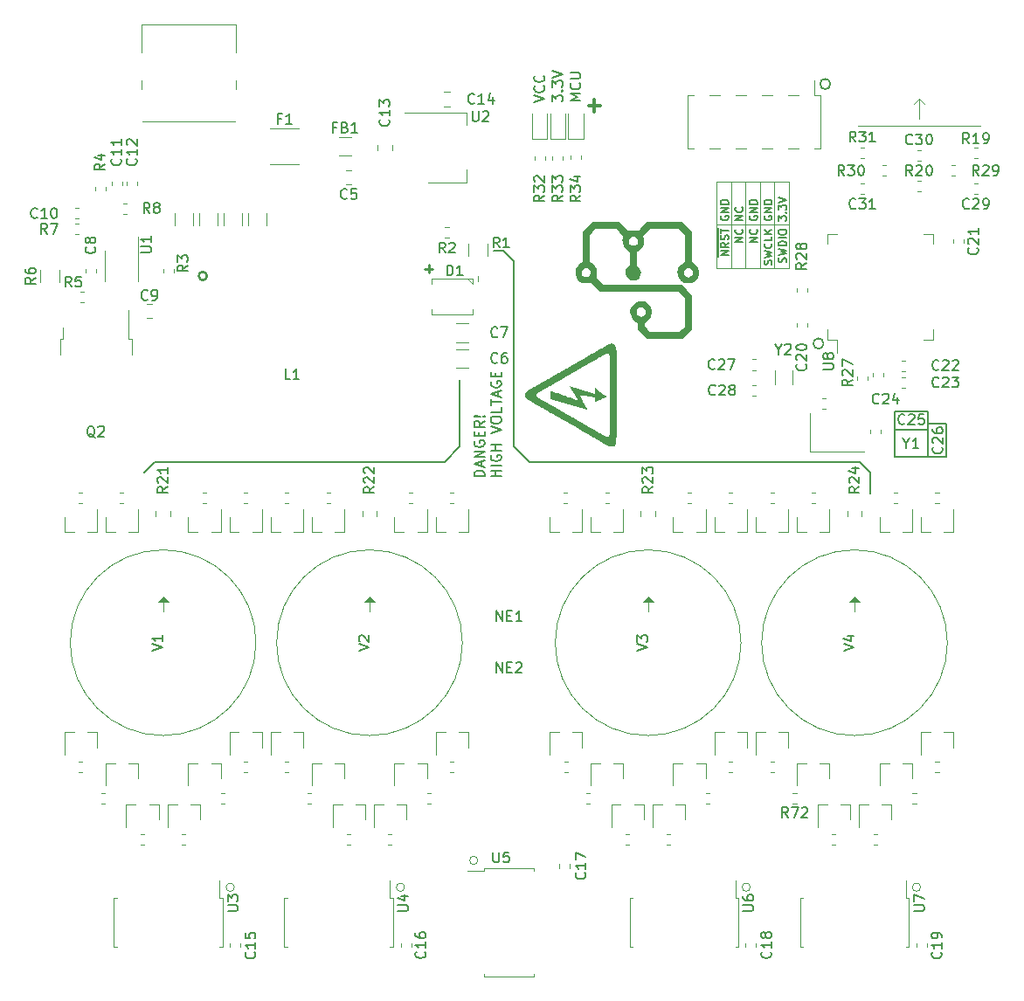
<source format=gbr>
%TF.GenerationSoftware,KiCad,Pcbnew,(5.99.0-9843-g93c991926f)*%
%TF.CreationDate,2021-03-24T22:05:54-04:00*%
%TF.ProjectId,nixieclock,6e697869-6563-46c6-9f63-6b2e6b696361,rev?*%
%TF.SameCoordinates,Original*%
%TF.FileFunction,Legend,Top*%
%TF.FilePolarity,Positive*%
%FSLAX46Y46*%
G04 Gerber Fmt 4.6, Leading zero omitted, Abs format (unit mm)*
G04 Created by KiCad (PCBNEW (5.99.0-9843-g93c991926f)) date 2021-03-24 22:05:54*
%MOMM*%
%LPD*%
G01*
G04 APERTURE LIST*
%ADD10C,0.150000*%
%ADD11C,0.200000*%
%ADD12C,0.300000*%
%ADD13C,0.250000*%
%ADD14C,0.120000*%
%ADD15C,0.100000*%
G04 APERTURE END LIST*
D10*
X108500000Y-89250000D02*
X109500000Y-89250000D01*
X112000000Y-109750000D02*
X144000000Y-109750000D01*
X109500000Y-89250000D02*
X110500000Y-90250000D01*
X150600000Y-106050000D02*
X152400000Y-106050000D01*
X105250000Y-108250000D02*
X105250000Y-101750000D01*
X110500000Y-108250000D02*
X112000000Y-109750000D01*
X147400000Y-104850000D02*
X150600000Y-104850000D01*
X147400000Y-106650000D02*
X147400000Y-109250000D01*
X141157600Y-73089000D02*
G75*
G03*
X141157600Y-73089000I-500000J0D01*
G01*
X140500000Y-98250000D02*
G75*
G03*
X140500000Y-98250000I-500000J0D01*
G01*
X147400000Y-106650000D02*
X150600000Y-106650000D01*
X152400000Y-106050000D02*
X152400000Y-109250000D01*
X110500000Y-90250000D02*
X110500000Y-108250000D01*
X103750000Y-109750000D02*
X105250000Y-108250000D01*
X147400000Y-104850000D02*
X147400000Y-106650000D01*
X144000000Y-109750000D02*
X145000000Y-110750000D01*
X147400000Y-109250000D02*
X150600000Y-109250000D01*
X150600000Y-104850000D02*
X150600000Y-106050000D01*
X150600000Y-109250000D02*
X150600000Y-106050000D01*
X145000000Y-110750000D02*
X145000000Y-112750000D01*
X103750000Y-109750000D02*
X75700000Y-109750000D01*
X74700000Y-110750000D02*
X75700000Y-109750001D01*
X152400000Y-109250000D02*
X150600000Y-109250000D01*
X114202380Y-74809642D02*
X114202380Y-74190595D01*
X114583333Y-74523928D01*
X114583333Y-74381071D01*
X114630952Y-74285833D01*
X114678571Y-74238214D01*
X114773809Y-74190595D01*
X115011904Y-74190595D01*
X115107142Y-74238214D01*
X115154761Y-74285833D01*
X115202380Y-74381071D01*
X115202380Y-74666785D01*
X115154761Y-74762023D01*
X115107142Y-74809642D01*
X115107142Y-73762023D02*
X115154761Y-73714404D01*
X115202380Y-73762023D01*
X115154761Y-73809642D01*
X115107142Y-73762023D01*
X115202380Y-73762023D01*
X114202380Y-73381071D02*
X114202380Y-72762023D01*
X114583333Y-73095357D01*
X114583333Y-72952500D01*
X114630952Y-72857261D01*
X114678571Y-72809642D01*
X114773809Y-72762023D01*
X115011904Y-72762023D01*
X115107142Y-72809642D01*
X115154761Y-72857261D01*
X115202380Y-72952500D01*
X115202380Y-73238214D01*
X115154761Y-73333452D01*
X115107142Y-73381071D01*
X114202380Y-72476309D02*
X115202380Y-72142976D01*
X114202380Y-71809642D01*
X116952380Y-74714404D02*
X115952380Y-74714404D01*
X116666666Y-74381071D01*
X115952380Y-74047738D01*
X116952380Y-74047738D01*
X116857142Y-73000119D02*
X116904761Y-73047738D01*
X116952380Y-73190595D01*
X116952380Y-73285833D01*
X116904761Y-73428690D01*
X116809523Y-73523928D01*
X116714285Y-73571547D01*
X116523809Y-73619166D01*
X116380952Y-73619166D01*
X116190476Y-73571547D01*
X116095238Y-73523928D01*
X116000000Y-73428690D01*
X115952380Y-73285833D01*
X115952380Y-73190595D01*
X116000000Y-73047738D01*
X116047619Y-73000119D01*
X115952380Y-72571547D02*
X116761904Y-72571547D01*
X116857142Y-72523928D01*
X116904761Y-72476309D01*
X116952380Y-72381071D01*
X116952380Y-72190595D01*
X116904761Y-72095357D01*
X116857142Y-72047738D01*
X116761904Y-72000119D01*
X115952380Y-72000119D01*
D11*
X107647380Y-111131904D02*
X106647380Y-111131904D01*
X106647380Y-110893809D01*
X106695000Y-110750952D01*
X106790238Y-110655714D01*
X106885476Y-110608095D01*
X107075952Y-110560476D01*
X107218809Y-110560476D01*
X107409285Y-110608095D01*
X107504523Y-110655714D01*
X107599761Y-110750952D01*
X107647380Y-110893809D01*
X107647380Y-111131904D01*
X107361666Y-110179523D02*
X107361666Y-109703333D01*
X107647380Y-110274761D02*
X106647380Y-109941428D01*
X107647380Y-109608095D01*
X107647380Y-109274761D02*
X106647380Y-109274761D01*
X107647380Y-108703333D01*
X106647380Y-108703333D01*
X106695000Y-107703333D02*
X106647380Y-107798571D01*
X106647380Y-107941428D01*
X106695000Y-108084285D01*
X106790238Y-108179523D01*
X106885476Y-108227142D01*
X107075952Y-108274761D01*
X107218809Y-108274761D01*
X107409285Y-108227142D01*
X107504523Y-108179523D01*
X107599761Y-108084285D01*
X107647380Y-107941428D01*
X107647380Y-107846190D01*
X107599761Y-107703333D01*
X107552142Y-107655714D01*
X107218809Y-107655714D01*
X107218809Y-107846190D01*
X107123571Y-107227142D02*
X107123571Y-106893809D01*
X107647380Y-106750952D02*
X107647380Y-107227142D01*
X106647380Y-107227142D01*
X106647380Y-106750952D01*
X107647380Y-105750952D02*
X107171190Y-106084285D01*
X107647380Y-106322380D02*
X106647380Y-106322380D01*
X106647380Y-105941428D01*
X106695000Y-105846190D01*
X106742619Y-105798571D01*
X106837857Y-105750952D01*
X106980714Y-105750952D01*
X107075952Y-105798571D01*
X107123571Y-105846190D01*
X107171190Y-105941428D01*
X107171190Y-106322380D01*
X107552142Y-105322380D02*
X107599761Y-105274761D01*
X107647380Y-105322380D01*
X107599761Y-105370000D01*
X107552142Y-105322380D01*
X107647380Y-105322380D01*
X107266428Y-105322380D02*
X106695000Y-105370000D01*
X106647380Y-105322380D01*
X106695000Y-105274761D01*
X107266428Y-105322380D01*
X106647380Y-105322380D01*
X109257380Y-111131904D02*
X108257380Y-111131904D01*
X108733571Y-111131904D02*
X108733571Y-110560476D01*
X109257380Y-110560476D02*
X108257380Y-110560476D01*
X109257380Y-110084285D02*
X108257380Y-110084285D01*
X108305000Y-109084285D02*
X108257380Y-109179523D01*
X108257380Y-109322380D01*
X108305000Y-109465238D01*
X108400238Y-109560476D01*
X108495476Y-109608095D01*
X108685952Y-109655714D01*
X108828809Y-109655714D01*
X109019285Y-109608095D01*
X109114523Y-109560476D01*
X109209761Y-109465238D01*
X109257380Y-109322380D01*
X109257380Y-109227142D01*
X109209761Y-109084285D01*
X109162142Y-109036666D01*
X108828809Y-109036666D01*
X108828809Y-109227142D01*
X109257380Y-108608095D02*
X108257380Y-108608095D01*
X108733571Y-108608095D02*
X108733571Y-108036666D01*
X109257380Y-108036666D02*
X108257380Y-108036666D01*
X108257380Y-106941428D02*
X109257380Y-106608095D01*
X108257380Y-106274761D01*
X108257380Y-105750952D02*
X108257380Y-105560476D01*
X108305000Y-105465238D01*
X108400238Y-105370000D01*
X108590714Y-105322380D01*
X108924047Y-105322380D01*
X109114523Y-105370000D01*
X109209761Y-105465238D01*
X109257380Y-105560476D01*
X109257380Y-105750952D01*
X109209761Y-105846190D01*
X109114523Y-105941428D01*
X108924047Y-105989047D01*
X108590714Y-105989047D01*
X108400238Y-105941428D01*
X108305000Y-105846190D01*
X108257380Y-105750952D01*
X109257380Y-104417619D02*
X109257380Y-104893809D01*
X108257380Y-104893809D01*
X108257380Y-104227142D02*
X108257380Y-103655714D01*
X109257380Y-103941428D02*
X108257380Y-103941428D01*
X108971666Y-103370000D02*
X108971666Y-102893809D01*
X109257380Y-103465238D02*
X108257380Y-103131904D01*
X109257380Y-102798571D01*
X108305000Y-101941428D02*
X108257380Y-102036666D01*
X108257380Y-102179523D01*
X108305000Y-102322380D01*
X108400238Y-102417619D01*
X108495476Y-102465238D01*
X108685952Y-102512857D01*
X108828809Y-102512857D01*
X109019285Y-102465238D01*
X109114523Y-102417619D01*
X109209761Y-102322380D01*
X109257380Y-102179523D01*
X109257380Y-102084285D01*
X109209761Y-101941428D01*
X109162142Y-101893809D01*
X108828809Y-101893809D01*
X108828809Y-102084285D01*
X108733571Y-101465238D02*
X108733571Y-101131904D01*
X109257380Y-100989047D02*
X109257380Y-101465238D01*
X108257380Y-101465238D01*
X108257380Y-100989047D01*
D12*
X117728571Y-75207142D02*
X118871428Y-75207142D01*
X118300000Y-75778571D02*
X118300000Y-74635714D01*
D10*
X112452380Y-74857261D02*
X113452380Y-74523928D01*
X112452380Y-74190595D01*
X113357142Y-73285833D02*
X113404761Y-73333452D01*
X113452380Y-73476309D01*
X113452380Y-73571547D01*
X113404761Y-73714404D01*
X113309523Y-73809642D01*
X113214285Y-73857261D01*
X113023809Y-73904880D01*
X112880952Y-73904880D01*
X112690476Y-73857261D01*
X112595238Y-73809642D01*
X112500000Y-73714404D01*
X112452380Y-73571547D01*
X112452380Y-73476309D01*
X112500000Y-73333452D01*
X112547619Y-73285833D01*
X113357142Y-72285833D02*
X113404761Y-72333452D01*
X113452380Y-72476309D01*
X113452380Y-72571547D01*
X113404761Y-72714404D01*
X113309523Y-72809642D01*
X113214285Y-72857261D01*
X113023809Y-72904880D01*
X112880952Y-72904880D01*
X112690476Y-72857261D01*
X112595238Y-72809642D01*
X112500000Y-72714404D01*
X112452380Y-72571547D01*
X112452380Y-72476309D01*
X112500000Y-72333452D01*
X112547619Y-72285833D01*
D13*
X101869047Y-91021428D02*
X102630952Y-91021428D01*
X102250000Y-91402380D02*
X102250000Y-90640476D01*
D10*
%TO.C,Y1*%
X148523809Y-107926190D02*
X148523809Y-108402380D01*
X148190476Y-107402380D02*
X148523809Y-107926190D01*
X148857142Y-107402380D01*
X149714285Y-108402380D02*
X149142857Y-108402380D01*
X149428571Y-108402380D02*
X149428571Y-107402380D01*
X149333333Y-107545238D01*
X149238095Y-107640476D01*
X149142857Y-107688095D01*
%TO.C,U6*%
X132702380Y-153261904D02*
X133511904Y-153261904D01*
X133607142Y-153214285D01*
X133654761Y-153166666D01*
X133702380Y-153071428D01*
X133702380Y-152880952D01*
X133654761Y-152785714D01*
X133607142Y-152738095D01*
X133511904Y-152690476D01*
X132702380Y-152690476D01*
X132702380Y-151785714D02*
X132702380Y-151976190D01*
X132750000Y-152071428D01*
X132797619Y-152119047D01*
X132940476Y-152214285D01*
X133130952Y-152261904D01*
X133511904Y-152261904D01*
X133607142Y-152214285D01*
X133654761Y-152166666D01*
X133702380Y-152071428D01*
X133702380Y-151880952D01*
X133654761Y-151785714D01*
X133607142Y-151738095D01*
X133511904Y-151690476D01*
X133273809Y-151690476D01*
X133178571Y-151738095D01*
X133130952Y-151785714D01*
X133083333Y-151880952D01*
X133083333Y-152071428D01*
X133130952Y-152166666D01*
X133178571Y-152214285D01*
X133273809Y-152261904D01*
%TO.C,U4*%
X99252380Y-153261904D02*
X100061904Y-153261904D01*
X100157142Y-153214285D01*
X100204761Y-153166666D01*
X100252380Y-153071428D01*
X100252380Y-152880952D01*
X100204761Y-152785714D01*
X100157142Y-152738095D01*
X100061904Y-152690476D01*
X99252380Y-152690476D01*
X99585714Y-151785714D02*
X100252380Y-151785714D01*
X99204761Y-152023809D02*
X99919047Y-152261904D01*
X99919047Y-151642857D01*
%TO.C,C24*%
X145857142Y-104007142D02*
X145809523Y-104054761D01*
X145666666Y-104102380D01*
X145571428Y-104102380D01*
X145428571Y-104054761D01*
X145333333Y-103959523D01*
X145285714Y-103864285D01*
X145238095Y-103673809D01*
X145238095Y-103530952D01*
X145285714Y-103340476D01*
X145333333Y-103245238D01*
X145428571Y-103150000D01*
X145571428Y-103102380D01*
X145666666Y-103102380D01*
X145809523Y-103150000D01*
X145857142Y-103197619D01*
X146238095Y-103197619D02*
X146285714Y-103150000D01*
X146380952Y-103102380D01*
X146619047Y-103102380D01*
X146714285Y-103150000D01*
X146761904Y-103197619D01*
X146809523Y-103292857D01*
X146809523Y-103388095D01*
X146761904Y-103530952D01*
X146190476Y-104102380D01*
X146809523Y-104102380D01*
X147666666Y-103435714D02*
X147666666Y-104102380D01*
X147428571Y-103054761D02*
X147190476Y-103769047D01*
X147809523Y-103769047D01*
%TO.C,C30*%
X149107142Y-78857142D02*
X149059523Y-78904761D01*
X148916666Y-78952380D01*
X148821428Y-78952380D01*
X148678571Y-78904761D01*
X148583333Y-78809523D01*
X148535714Y-78714285D01*
X148488095Y-78523809D01*
X148488095Y-78380952D01*
X148535714Y-78190476D01*
X148583333Y-78095238D01*
X148678571Y-78000000D01*
X148821428Y-77952380D01*
X148916666Y-77952380D01*
X149059523Y-78000000D01*
X149107142Y-78047619D01*
X149440476Y-77952380D02*
X150059523Y-77952380D01*
X149726190Y-78333333D01*
X149869047Y-78333333D01*
X149964285Y-78380952D01*
X150011904Y-78428571D01*
X150059523Y-78523809D01*
X150059523Y-78761904D01*
X150011904Y-78857142D01*
X149964285Y-78904761D01*
X149869047Y-78952380D01*
X149583333Y-78952380D01*
X149488095Y-78904761D01*
X149440476Y-78857142D01*
X150678571Y-77952380D02*
X150773809Y-77952380D01*
X150869047Y-78000000D01*
X150916666Y-78047619D01*
X150964285Y-78142857D01*
X151011904Y-78333333D01*
X151011904Y-78571428D01*
X150964285Y-78761904D01*
X150916666Y-78857142D01*
X150869047Y-78904761D01*
X150773809Y-78952380D01*
X150678571Y-78952380D01*
X150583333Y-78904761D01*
X150535714Y-78857142D01*
X150488095Y-78761904D01*
X150440476Y-78571428D01*
X150440476Y-78333333D01*
X150488095Y-78142857D01*
X150535714Y-78047619D01*
X150583333Y-78000000D01*
X150678571Y-77952380D01*
%TO.C,C6*%
X108907023Y-100057142D02*
X108859404Y-100104761D01*
X108716547Y-100152380D01*
X108621309Y-100152380D01*
X108478452Y-100104761D01*
X108383214Y-100009523D01*
X108335595Y-99914285D01*
X108287976Y-99723809D01*
X108287976Y-99580952D01*
X108335595Y-99390476D01*
X108383214Y-99295238D01*
X108478452Y-99200000D01*
X108621309Y-99152380D01*
X108716547Y-99152380D01*
X108859404Y-99200000D01*
X108907023Y-99247619D01*
X109764166Y-99152380D02*
X109573690Y-99152380D01*
X109478452Y-99200000D01*
X109430833Y-99247619D01*
X109335595Y-99390476D01*
X109287976Y-99580952D01*
X109287976Y-99961904D01*
X109335595Y-100057142D01*
X109383214Y-100104761D01*
X109478452Y-100152380D01*
X109668928Y-100152380D01*
X109764166Y-100104761D01*
X109811785Y-100057142D01*
X109859404Y-99961904D01*
X109859404Y-99723809D01*
X109811785Y-99628571D01*
X109764166Y-99580952D01*
X109668928Y-99533333D01*
X109478452Y-99533333D01*
X109383214Y-99580952D01*
X109335595Y-99628571D01*
X109287976Y-99723809D01*
%TO.C,C16*%
X101857142Y-157217857D02*
X101904761Y-157265476D01*
X101952380Y-157408333D01*
X101952380Y-157503571D01*
X101904761Y-157646428D01*
X101809523Y-157741666D01*
X101714285Y-157789285D01*
X101523809Y-157836904D01*
X101380952Y-157836904D01*
X101190476Y-157789285D01*
X101095238Y-157741666D01*
X101000000Y-157646428D01*
X100952380Y-157503571D01*
X100952380Y-157408333D01*
X101000000Y-157265476D01*
X101047619Y-157217857D01*
X101952380Y-156265476D02*
X101952380Y-156836904D01*
X101952380Y-156551190D02*
X100952380Y-156551190D01*
X101095238Y-156646428D01*
X101190476Y-156741666D01*
X101238095Y-156836904D01*
X100952380Y-155408333D02*
X100952380Y-155598809D01*
X101000000Y-155694047D01*
X101047619Y-155741666D01*
X101190476Y-155836904D01*
X101380952Y-155884523D01*
X101761904Y-155884523D01*
X101857142Y-155836904D01*
X101904761Y-155789285D01*
X101952380Y-155694047D01*
X101952380Y-155503571D01*
X101904761Y-155408333D01*
X101857142Y-155360714D01*
X101761904Y-155313095D01*
X101523809Y-155313095D01*
X101428571Y-155360714D01*
X101380952Y-155408333D01*
X101333333Y-155503571D01*
X101333333Y-155694047D01*
X101380952Y-155789285D01*
X101428571Y-155836904D01*
X101523809Y-155884523D01*
%TO.C,C29*%
X154607142Y-85107142D02*
X154559523Y-85154761D01*
X154416666Y-85202380D01*
X154321428Y-85202380D01*
X154178571Y-85154761D01*
X154083333Y-85059523D01*
X154035714Y-84964285D01*
X153988095Y-84773809D01*
X153988095Y-84630952D01*
X154035714Y-84440476D01*
X154083333Y-84345238D01*
X154178571Y-84250000D01*
X154321428Y-84202380D01*
X154416666Y-84202380D01*
X154559523Y-84250000D01*
X154607142Y-84297619D01*
X154988095Y-84297619D02*
X155035714Y-84250000D01*
X155130952Y-84202380D01*
X155369047Y-84202380D01*
X155464285Y-84250000D01*
X155511904Y-84297619D01*
X155559523Y-84392857D01*
X155559523Y-84488095D01*
X155511904Y-84630952D01*
X154940476Y-85202380D01*
X155559523Y-85202380D01*
X156035714Y-85202380D02*
X156226190Y-85202380D01*
X156321428Y-85154761D01*
X156369047Y-85107142D01*
X156464285Y-84964285D01*
X156511904Y-84773809D01*
X156511904Y-84392857D01*
X156464285Y-84297619D01*
X156416666Y-84250000D01*
X156321428Y-84202380D01*
X156130952Y-84202380D01*
X156035714Y-84250000D01*
X155988095Y-84297619D01*
X155940476Y-84392857D01*
X155940476Y-84630952D01*
X155988095Y-84726190D01*
X156035714Y-84773809D01*
X156130952Y-84821428D01*
X156321428Y-84821428D01*
X156416666Y-84773809D01*
X156464285Y-84726190D01*
X156511904Y-84630952D01*
%TO.C,C25*%
X148357142Y-106007142D02*
X148309523Y-106054761D01*
X148166666Y-106102380D01*
X148071428Y-106102380D01*
X147928571Y-106054761D01*
X147833333Y-105959523D01*
X147785714Y-105864285D01*
X147738095Y-105673809D01*
X147738095Y-105530952D01*
X147785714Y-105340476D01*
X147833333Y-105245238D01*
X147928571Y-105150000D01*
X148071428Y-105102380D01*
X148166666Y-105102380D01*
X148309523Y-105150000D01*
X148357142Y-105197619D01*
X148738095Y-105197619D02*
X148785714Y-105150000D01*
X148880952Y-105102380D01*
X149119047Y-105102380D01*
X149214285Y-105150000D01*
X149261904Y-105197619D01*
X149309523Y-105292857D01*
X149309523Y-105388095D01*
X149261904Y-105530952D01*
X148690476Y-106102380D01*
X149309523Y-106102380D01*
X150214285Y-105102380D02*
X149738095Y-105102380D01*
X149690476Y-105578571D01*
X149738095Y-105530952D01*
X149833333Y-105483333D01*
X150071428Y-105483333D01*
X150166666Y-105530952D01*
X150214285Y-105578571D01*
X150261904Y-105673809D01*
X150261904Y-105911904D01*
X150214285Y-106007142D01*
X150166666Y-106054761D01*
X150071428Y-106102380D01*
X149833333Y-106102380D01*
X149738095Y-106054761D01*
X149690476Y-106007142D01*
%TO.C,C12*%
X73857142Y-80342976D02*
X73904761Y-80390595D01*
X73952380Y-80533452D01*
X73952380Y-80628690D01*
X73904761Y-80771547D01*
X73809523Y-80866785D01*
X73714285Y-80914404D01*
X73523809Y-80962023D01*
X73380952Y-80962023D01*
X73190476Y-80914404D01*
X73095238Y-80866785D01*
X73000000Y-80771547D01*
X72952380Y-80628690D01*
X72952380Y-80533452D01*
X73000000Y-80390595D01*
X73047619Y-80342976D01*
X73952380Y-79390595D02*
X73952380Y-79962023D01*
X73952380Y-79676309D02*
X72952380Y-79676309D01*
X73095238Y-79771547D01*
X73190476Y-79866785D01*
X73238095Y-79962023D01*
X73047619Y-79009642D02*
X73000000Y-78962023D01*
X72952380Y-78866785D01*
X72952380Y-78628690D01*
X73000000Y-78533452D01*
X73047619Y-78485833D01*
X73142857Y-78438214D01*
X73238095Y-78438214D01*
X73380952Y-78485833D01*
X73952380Y-79057261D01*
X73952380Y-78438214D01*
%TO.C,R23*%
X123952380Y-112142976D02*
X123476190Y-112476309D01*
X123952380Y-112714404D02*
X122952380Y-112714404D01*
X122952380Y-112333452D01*
X123000000Y-112238214D01*
X123047619Y-112190595D01*
X123142857Y-112142976D01*
X123285714Y-112142976D01*
X123380952Y-112190595D01*
X123428571Y-112238214D01*
X123476190Y-112333452D01*
X123476190Y-112714404D01*
X123047619Y-111762023D02*
X123000000Y-111714404D01*
X122952380Y-111619166D01*
X122952380Y-111381071D01*
X123000000Y-111285833D01*
X123047619Y-111238214D01*
X123142857Y-111190595D01*
X123238095Y-111190595D01*
X123380952Y-111238214D01*
X123952380Y-111809642D01*
X123952380Y-111190595D01*
X122952380Y-110857261D02*
X122952380Y-110238214D01*
X123333333Y-110571547D01*
X123333333Y-110428690D01*
X123380952Y-110333452D01*
X123428571Y-110285833D01*
X123523809Y-110238214D01*
X123761904Y-110238214D01*
X123857142Y-110285833D01*
X123904761Y-110333452D01*
X123952380Y-110428690D01*
X123952380Y-110714404D01*
X123904761Y-110809642D01*
X123857142Y-110857261D01*
%TO.C,R1*%
X109083333Y-88952380D02*
X108750000Y-88476190D01*
X108511904Y-88952380D02*
X108511904Y-87952380D01*
X108892857Y-87952380D01*
X108988095Y-88000000D01*
X109035714Y-88047619D01*
X109083333Y-88142857D01*
X109083333Y-88285714D01*
X109035714Y-88380952D01*
X108988095Y-88428571D01*
X108892857Y-88476190D01*
X108511904Y-88476190D01*
X110035714Y-88952380D02*
X109464285Y-88952380D01*
X109750000Y-88952380D02*
X109750000Y-87952380D01*
X109654761Y-88095238D01*
X109559523Y-88190476D01*
X109464285Y-88238095D01*
%TO.C,R21*%
X76952380Y-112142976D02*
X76476190Y-112476309D01*
X76952380Y-112714404D02*
X75952380Y-112714404D01*
X75952380Y-112333452D01*
X76000000Y-112238214D01*
X76047619Y-112190595D01*
X76142857Y-112142976D01*
X76285714Y-112142976D01*
X76380952Y-112190595D01*
X76428571Y-112238214D01*
X76476190Y-112333452D01*
X76476190Y-112714404D01*
X76047619Y-111762023D02*
X76000000Y-111714404D01*
X75952380Y-111619166D01*
X75952380Y-111381071D01*
X76000000Y-111285833D01*
X76047619Y-111238214D01*
X76142857Y-111190595D01*
X76238095Y-111190595D01*
X76380952Y-111238214D01*
X76952380Y-111809642D01*
X76952380Y-111190595D01*
X76952380Y-110238214D02*
X76952380Y-110809642D01*
X76952380Y-110523928D02*
X75952380Y-110523928D01*
X76095238Y-110619166D01*
X76190476Y-110714404D01*
X76238095Y-110809642D01*
%TO.C,L1*%
X88833333Y-101702380D02*
X88357142Y-101702380D01*
X88357142Y-100702380D01*
X89690476Y-101702380D02*
X89119047Y-101702380D01*
X89404761Y-101702380D02*
X89404761Y-100702380D01*
X89309523Y-100845238D01*
X89214285Y-100940476D01*
X89119047Y-100988095D01*
%TO.C,R5*%
X67633333Y-92752380D02*
X67300000Y-92276190D01*
X67061904Y-92752380D02*
X67061904Y-91752380D01*
X67442857Y-91752380D01*
X67538095Y-91800000D01*
X67585714Y-91847619D01*
X67633333Y-91942857D01*
X67633333Y-92085714D01*
X67585714Y-92180952D01*
X67538095Y-92228571D01*
X67442857Y-92276190D01*
X67061904Y-92276190D01*
X68538095Y-91752380D02*
X68061904Y-91752380D01*
X68014285Y-92228571D01*
X68061904Y-92180952D01*
X68157142Y-92133333D01*
X68395238Y-92133333D01*
X68490476Y-92180952D01*
X68538095Y-92228571D01*
X68585714Y-92323809D01*
X68585714Y-92561904D01*
X68538095Y-92657142D01*
X68490476Y-92704761D01*
X68395238Y-92752380D01*
X68157142Y-92752380D01*
X68061904Y-92704761D01*
X68014285Y-92657142D01*
%TO.C,R19*%
X154607142Y-78852380D02*
X154273809Y-78376190D01*
X154035714Y-78852380D02*
X154035714Y-77852380D01*
X154416666Y-77852380D01*
X154511904Y-77900000D01*
X154559523Y-77947619D01*
X154607142Y-78042857D01*
X154607142Y-78185714D01*
X154559523Y-78280952D01*
X154511904Y-78328571D01*
X154416666Y-78376190D01*
X154035714Y-78376190D01*
X155559523Y-78852380D02*
X154988095Y-78852380D01*
X155273809Y-78852380D02*
X155273809Y-77852380D01*
X155178571Y-77995238D01*
X155083333Y-78090476D01*
X154988095Y-78138095D01*
X156035714Y-78852380D02*
X156226190Y-78852380D01*
X156321428Y-78804761D01*
X156369047Y-78757142D01*
X156464285Y-78614285D01*
X156511904Y-78423809D01*
X156511904Y-78042857D01*
X156464285Y-77947619D01*
X156416666Y-77900000D01*
X156321428Y-77852380D01*
X156130952Y-77852380D01*
X156035714Y-77900000D01*
X155988095Y-77947619D01*
X155940476Y-78042857D01*
X155940476Y-78280952D01*
X155988095Y-78376190D01*
X156035714Y-78423809D01*
X156130952Y-78471428D01*
X156321428Y-78471428D01*
X156416666Y-78423809D01*
X156464285Y-78376190D01*
X156511904Y-78280952D01*
%TO.C,C11*%
X72357142Y-80342976D02*
X72404761Y-80390595D01*
X72452380Y-80533452D01*
X72452380Y-80628690D01*
X72404761Y-80771547D01*
X72309523Y-80866785D01*
X72214285Y-80914404D01*
X72023809Y-80962023D01*
X71880952Y-80962023D01*
X71690476Y-80914404D01*
X71595238Y-80866785D01*
X71500000Y-80771547D01*
X71452380Y-80628690D01*
X71452380Y-80533452D01*
X71500000Y-80390595D01*
X71547619Y-80342976D01*
X72452380Y-79390595D02*
X72452380Y-79962023D01*
X72452380Y-79676309D02*
X71452380Y-79676309D01*
X71595238Y-79771547D01*
X71690476Y-79866785D01*
X71738095Y-79962023D01*
X72452380Y-78438214D02*
X72452380Y-79009642D01*
X72452380Y-78723928D02*
X71452380Y-78723928D01*
X71595238Y-78819166D01*
X71690476Y-78914404D01*
X71738095Y-79009642D01*
%TO.C,C23*%
X151657023Y-102407142D02*
X151609404Y-102454761D01*
X151466547Y-102502380D01*
X151371309Y-102502380D01*
X151228452Y-102454761D01*
X151133214Y-102359523D01*
X151085595Y-102264285D01*
X151037976Y-102073809D01*
X151037976Y-101930952D01*
X151085595Y-101740476D01*
X151133214Y-101645238D01*
X151228452Y-101550000D01*
X151371309Y-101502380D01*
X151466547Y-101502380D01*
X151609404Y-101550000D01*
X151657023Y-101597619D01*
X152037976Y-101597619D02*
X152085595Y-101550000D01*
X152180833Y-101502380D01*
X152418928Y-101502380D01*
X152514166Y-101550000D01*
X152561785Y-101597619D01*
X152609404Y-101692857D01*
X152609404Y-101788095D01*
X152561785Y-101930952D01*
X151990357Y-102502380D01*
X152609404Y-102502380D01*
X152942738Y-101502380D02*
X153561785Y-101502380D01*
X153228452Y-101883333D01*
X153371309Y-101883333D01*
X153466547Y-101930952D01*
X153514166Y-101978571D01*
X153561785Y-102073809D01*
X153561785Y-102311904D01*
X153514166Y-102407142D01*
X153466547Y-102454761D01*
X153371309Y-102502380D01*
X153085595Y-102502380D01*
X152990357Y-102454761D01*
X152942738Y-102407142D01*
%TO.C,C5*%
X94321333Y-84150742D02*
X94273714Y-84198361D01*
X94130857Y-84245980D01*
X94035619Y-84245980D01*
X93892761Y-84198361D01*
X93797523Y-84103123D01*
X93749904Y-84007885D01*
X93702285Y-83817409D01*
X93702285Y-83674552D01*
X93749904Y-83484076D01*
X93797523Y-83388838D01*
X93892761Y-83293600D01*
X94035619Y-83245980D01*
X94130857Y-83245980D01*
X94273714Y-83293600D01*
X94321333Y-83341219D01*
X95226095Y-83245980D02*
X94749904Y-83245980D01*
X94702285Y-83722171D01*
X94749904Y-83674552D01*
X94845142Y-83626933D01*
X95083238Y-83626933D01*
X95178476Y-83674552D01*
X95226095Y-83722171D01*
X95273714Y-83817409D01*
X95273714Y-84055504D01*
X95226095Y-84150742D01*
X95178476Y-84198361D01*
X95083238Y-84245980D01*
X94845142Y-84245980D01*
X94749904Y-84198361D01*
X94702285Y-84150742D01*
%TO.C,C8*%
X69857142Y-88892976D02*
X69904761Y-88940595D01*
X69952380Y-89083452D01*
X69952380Y-89178690D01*
X69904761Y-89321547D01*
X69809523Y-89416785D01*
X69714285Y-89464404D01*
X69523809Y-89512023D01*
X69380952Y-89512023D01*
X69190476Y-89464404D01*
X69095238Y-89416785D01*
X69000000Y-89321547D01*
X68952380Y-89178690D01*
X68952380Y-89083452D01*
X69000000Y-88940595D01*
X69047619Y-88892976D01*
X69380952Y-88321547D02*
X69333333Y-88416785D01*
X69285714Y-88464404D01*
X69190476Y-88512023D01*
X69142857Y-88512023D01*
X69047619Y-88464404D01*
X69000000Y-88416785D01*
X68952380Y-88321547D01*
X68952380Y-88131071D01*
X69000000Y-88035833D01*
X69047619Y-87988214D01*
X69142857Y-87940595D01*
X69190476Y-87940595D01*
X69285714Y-87988214D01*
X69333333Y-88035833D01*
X69380952Y-88131071D01*
X69380952Y-88321547D01*
X69428571Y-88416785D01*
X69476190Y-88464404D01*
X69571428Y-88512023D01*
X69761904Y-88512023D01*
X69857142Y-88464404D01*
X69904761Y-88416785D01*
X69952380Y-88321547D01*
X69952380Y-88131071D01*
X69904761Y-88035833D01*
X69857142Y-87988214D01*
X69761904Y-87940595D01*
X69571428Y-87940595D01*
X69476190Y-87988214D01*
X69428571Y-88035833D01*
X69380952Y-88131071D01*
%TO.C,R29*%
X155557142Y-81952380D02*
X155223809Y-81476190D01*
X154985714Y-81952380D02*
X154985714Y-80952380D01*
X155366666Y-80952380D01*
X155461904Y-81000000D01*
X155509523Y-81047619D01*
X155557142Y-81142857D01*
X155557142Y-81285714D01*
X155509523Y-81380952D01*
X155461904Y-81428571D01*
X155366666Y-81476190D01*
X154985714Y-81476190D01*
X155938095Y-81047619D02*
X155985714Y-81000000D01*
X156080952Y-80952380D01*
X156319047Y-80952380D01*
X156414285Y-81000000D01*
X156461904Y-81047619D01*
X156509523Y-81142857D01*
X156509523Y-81238095D01*
X156461904Y-81380952D01*
X155890476Y-81952380D01*
X156509523Y-81952380D01*
X156985714Y-81952380D02*
X157176190Y-81952380D01*
X157271428Y-81904761D01*
X157319047Y-81857142D01*
X157414285Y-81714285D01*
X157461904Y-81523809D01*
X157461904Y-81142857D01*
X157414285Y-81047619D01*
X157366666Y-81000000D01*
X157271428Y-80952380D01*
X157080952Y-80952380D01*
X156985714Y-81000000D01*
X156938095Y-81047619D01*
X156890476Y-81142857D01*
X156890476Y-81380952D01*
X156938095Y-81476190D01*
X156985714Y-81523809D01*
X157080952Y-81571428D01*
X157271428Y-81571428D01*
X157366666Y-81523809D01*
X157414285Y-81476190D01*
X157461904Y-81380952D01*
%TO.C,Q2*%
X69881761Y-107354619D02*
X69786523Y-107307000D01*
X69691285Y-107211761D01*
X69548428Y-107068904D01*
X69453190Y-107021285D01*
X69357952Y-107021285D01*
X69405571Y-107259380D02*
X69310333Y-107211761D01*
X69215095Y-107116523D01*
X69167476Y-106926047D01*
X69167476Y-106592714D01*
X69215095Y-106402238D01*
X69310333Y-106307000D01*
X69405571Y-106259380D01*
X69596047Y-106259380D01*
X69691285Y-106307000D01*
X69786523Y-106402238D01*
X69834142Y-106592714D01*
X69834142Y-106926047D01*
X69786523Y-107116523D01*
X69691285Y-107211761D01*
X69596047Y-107259380D01*
X69405571Y-107259380D01*
X70215095Y-106354619D02*
X70262714Y-106307000D01*
X70357952Y-106259380D01*
X70596047Y-106259380D01*
X70691285Y-106307000D01*
X70738904Y-106354619D01*
X70786523Y-106449857D01*
X70786523Y-106545095D01*
X70738904Y-106687952D01*
X70167476Y-107259380D01*
X70786523Y-107259380D01*
%TO.C,U5*%
X108488095Y-147552380D02*
X108488095Y-148361904D01*
X108535714Y-148457142D01*
X108583333Y-148504761D01*
X108678571Y-148552380D01*
X108869047Y-148552380D01*
X108964285Y-148504761D01*
X109011904Y-148457142D01*
X109059523Y-148361904D01*
X109059523Y-147552380D01*
X110011904Y-147552380D02*
X109535714Y-147552380D01*
X109488095Y-148028571D01*
X109535714Y-147980952D01*
X109630952Y-147933333D01*
X109869047Y-147933333D01*
X109964285Y-147980952D01*
X110011904Y-148028571D01*
X110059523Y-148123809D01*
X110059523Y-148361904D01*
X110011904Y-148457142D01*
X109964285Y-148504761D01*
X109869047Y-148552380D01*
X109630952Y-148552380D01*
X109535714Y-148504761D01*
X109488095Y-148457142D01*
%TO.C,U8*%
X140452380Y-100761904D02*
X141261904Y-100761904D01*
X141357142Y-100714285D01*
X141404761Y-100666666D01*
X141452380Y-100571428D01*
X141452380Y-100380952D01*
X141404761Y-100285714D01*
X141357142Y-100238095D01*
X141261904Y-100190476D01*
X140452380Y-100190476D01*
X140880952Y-99571428D02*
X140833333Y-99666666D01*
X140785714Y-99714285D01*
X140690476Y-99761904D01*
X140642857Y-99761904D01*
X140547619Y-99714285D01*
X140500000Y-99666666D01*
X140452380Y-99571428D01*
X140452380Y-99380952D01*
X140500000Y-99285714D01*
X140547619Y-99238095D01*
X140642857Y-99190476D01*
X140690476Y-99190476D01*
X140785714Y-99238095D01*
X140833333Y-99285714D01*
X140880952Y-99380952D01*
X140880952Y-99571428D01*
X140928571Y-99666666D01*
X140976190Y-99714285D01*
X141071428Y-99761904D01*
X141261904Y-99761904D01*
X141357142Y-99714285D01*
X141404761Y-99666666D01*
X141452380Y-99571428D01*
X141452380Y-99380952D01*
X141404761Y-99285714D01*
X141357142Y-99238095D01*
X141261904Y-99190476D01*
X141071428Y-99190476D01*
X140976190Y-99238095D01*
X140928571Y-99285714D01*
X140880952Y-99380952D01*
%TO.C,R27*%
X143302380Y-101742857D02*
X142826190Y-102076190D01*
X143302380Y-102314285D02*
X142302380Y-102314285D01*
X142302380Y-101933333D01*
X142350000Y-101838095D01*
X142397619Y-101790476D01*
X142492857Y-101742857D01*
X142635714Y-101742857D01*
X142730952Y-101790476D01*
X142778571Y-101838095D01*
X142826190Y-101933333D01*
X142826190Y-102314285D01*
X142397619Y-101361904D02*
X142350000Y-101314285D01*
X142302380Y-101219047D01*
X142302380Y-100980952D01*
X142350000Y-100885714D01*
X142397619Y-100838095D01*
X142492857Y-100790476D01*
X142588095Y-100790476D01*
X142730952Y-100838095D01*
X143302380Y-101409523D01*
X143302380Y-100790476D01*
X142302380Y-100457142D02*
X142302380Y-99790476D01*
X143302380Y-100219047D01*
%TO.C,R34*%
X116952380Y-83892857D02*
X116476190Y-84226190D01*
X116952380Y-84464285D02*
X115952380Y-84464285D01*
X115952380Y-84083333D01*
X116000000Y-83988095D01*
X116047619Y-83940476D01*
X116142857Y-83892857D01*
X116285714Y-83892857D01*
X116380952Y-83940476D01*
X116428571Y-83988095D01*
X116476190Y-84083333D01*
X116476190Y-84464285D01*
X115952380Y-83559523D02*
X115952380Y-82940476D01*
X116333333Y-83273809D01*
X116333333Y-83130952D01*
X116380952Y-83035714D01*
X116428571Y-82988095D01*
X116523809Y-82940476D01*
X116761904Y-82940476D01*
X116857142Y-82988095D01*
X116904761Y-83035714D01*
X116952380Y-83130952D01*
X116952380Y-83416666D01*
X116904761Y-83511904D01*
X116857142Y-83559523D01*
X116285714Y-82083333D02*
X116952380Y-82083333D01*
X115904761Y-82321428D02*
X116619047Y-82559523D01*
X116619047Y-81940476D01*
%TO.C,C28*%
X130007142Y-103157142D02*
X129959523Y-103204761D01*
X129816666Y-103252380D01*
X129721428Y-103252380D01*
X129578571Y-103204761D01*
X129483333Y-103109523D01*
X129435714Y-103014285D01*
X129388095Y-102823809D01*
X129388095Y-102680952D01*
X129435714Y-102490476D01*
X129483333Y-102395238D01*
X129578571Y-102300000D01*
X129721428Y-102252380D01*
X129816666Y-102252380D01*
X129959523Y-102300000D01*
X130007142Y-102347619D01*
X130388095Y-102347619D02*
X130435714Y-102300000D01*
X130530952Y-102252380D01*
X130769047Y-102252380D01*
X130864285Y-102300000D01*
X130911904Y-102347619D01*
X130959523Y-102442857D01*
X130959523Y-102538095D01*
X130911904Y-102680952D01*
X130340476Y-103252380D01*
X130959523Y-103252380D01*
X131530952Y-102680952D02*
X131435714Y-102633333D01*
X131388095Y-102585714D01*
X131340476Y-102490476D01*
X131340476Y-102442857D01*
X131388095Y-102347619D01*
X131435714Y-102300000D01*
X131530952Y-102252380D01*
X131721428Y-102252380D01*
X131816666Y-102300000D01*
X131864285Y-102347619D01*
X131911904Y-102442857D01*
X131911904Y-102490476D01*
X131864285Y-102585714D01*
X131816666Y-102633333D01*
X131721428Y-102680952D01*
X131530952Y-102680952D01*
X131435714Y-102728571D01*
X131388095Y-102776190D01*
X131340476Y-102871428D01*
X131340476Y-103061904D01*
X131388095Y-103157142D01*
X131435714Y-103204761D01*
X131530952Y-103252380D01*
X131721428Y-103252380D01*
X131816666Y-103204761D01*
X131864285Y-103157142D01*
X131911904Y-103061904D01*
X131911904Y-102871428D01*
X131864285Y-102776190D01*
X131816666Y-102728571D01*
X131721428Y-102680952D01*
%TO.C,R32*%
X113452380Y-83892857D02*
X112976190Y-84226190D01*
X113452380Y-84464285D02*
X112452380Y-84464285D01*
X112452380Y-84083333D01*
X112500000Y-83988095D01*
X112547619Y-83940476D01*
X112642857Y-83892857D01*
X112785714Y-83892857D01*
X112880952Y-83940476D01*
X112928571Y-83988095D01*
X112976190Y-84083333D01*
X112976190Y-84464285D01*
X112452380Y-83559523D02*
X112452380Y-82940476D01*
X112833333Y-83273809D01*
X112833333Y-83130952D01*
X112880952Y-83035714D01*
X112928571Y-82988095D01*
X113023809Y-82940476D01*
X113261904Y-82940476D01*
X113357142Y-82988095D01*
X113404761Y-83035714D01*
X113452380Y-83130952D01*
X113452380Y-83416666D01*
X113404761Y-83511904D01*
X113357142Y-83559523D01*
X112547619Y-82559523D02*
X112500000Y-82511904D01*
X112452380Y-82416666D01*
X112452380Y-82178571D01*
X112500000Y-82083333D01*
X112547619Y-82035714D01*
X112642857Y-81988095D01*
X112738095Y-81988095D01*
X112880952Y-82035714D01*
X113452380Y-82607142D01*
X113452380Y-81988095D01*
%TO.C,R31*%
X143607142Y-78702380D02*
X143273809Y-78226190D01*
X143035714Y-78702380D02*
X143035714Y-77702380D01*
X143416666Y-77702380D01*
X143511904Y-77750000D01*
X143559523Y-77797619D01*
X143607142Y-77892857D01*
X143607142Y-78035714D01*
X143559523Y-78130952D01*
X143511904Y-78178571D01*
X143416666Y-78226190D01*
X143035714Y-78226190D01*
X143940476Y-77702380D02*
X144559523Y-77702380D01*
X144226190Y-78083333D01*
X144369047Y-78083333D01*
X144464285Y-78130952D01*
X144511904Y-78178571D01*
X144559523Y-78273809D01*
X144559523Y-78511904D01*
X144511904Y-78607142D01*
X144464285Y-78654761D01*
X144369047Y-78702380D01*
X144083333Y-78702380D01*
X143988095Y-78654761D01*
X143940476Y-78607142D01*
X145511904Y-78702380D02*
X144940476Y-78702380D01*
X145226190Y-78702380D02*
X145226190Y-77702380D01*
X145130952Y-77845238D01*
X145035714Y-77940476D01*
X144940476Y-77988095D01*
%TO.C,Y2*%
X136133809Y-98826190D02*
X136133809Y-99302380D01*
X135800476Y-98302380D02*
X136133809Y-98826190D01*
X136467142Y-98302380D01*
X136752857Y-98397619D02*
X136800476Y-98350000D01*
X136895714Y-98302380D01*
X137133809Y-98302380D01*
X137229047Y-98350000D01*
X137276666Y-98397619D01*
X137324285Y-98492857D01*
X137324285Y-98588095D01*
X137276666Y-98730952D01*
X136705238Y-99302380D01*
X137324285Y-99302380D01*
%TO.C,R8*%
X75207023Y-85602380D02*
X74873690Y-85126190D01*
X74635595Y-85602380D02*
X74635595Y-84602380D01*
X75016547Y-84602380D01*
X75111785Y-84650000D01*
X75159404Y-84697619D01*
X75207023Y-84792857D01*
X75207023Y-84935714D01*
X75159404Y-85030952D01*
X75111785Y-85078571D01*
X75016547Y-85126190D01*
X74635595Y-85126190D01*
X75778452Y-85030952D02*
X75683214Y-84983333D01*
X75635595Y-84935714D01*
X75587976Y-84840476D01*
X75587976Y-84792857D01*
X75635595Y-84697619D01*
X75683214Y-84650000D01*
X75778452Y-84602380D01*
X75968928Y-84602380D01*
X76064166Y-84650000D01*
X76111785Y-84697619D01*
X76159404Y-84792857D01*
X76159404Y-84840476D01*
X76111785Y-84935714D01*
X76064166Y-84983333D01*
X75968928Y-85030952D01*
X75778452Y-85030952D01*
X75683214Y-85078571D01*
X75635595Y-85126190D01*
X75587976Y-85221428D01*
X75587976Y-85411904D01*
X75635595Y-85507142D01*
X75683214Y-85554761D01*
X75778452Y-85602380D01*
X75968928Y-85602380D01*
X76064166Y-85554761D01*
X76111785Y-85507142D01*
X76159404Y-85411904D01*
X76159404Y-85221428D01*
X76111785Y-85126190D01*
X76064166Y-85078571D01*
X75968928Y-85030952D01*
%TO.C,C27*%
X129957142Y-100657142D02*
X129909523Y-100704761D01*
X129766666Y-100752380D01*
X129671428Y-100752380D01*
X129528571Y-100704761D01*
X129433333Y-100609523D01*
X129385714Y-100514285D01*
X129338095Y-100323809D01*
X129338095Y-100180952D01*
X129385714Y-99990476D01*
X129433333Y-99895238D01*
X129528571Y-99800000D01*
X129671428Y-99752380D01*
X129766666Y-99752380D01*
X129909523Y-99800000D01*
X129957142Y-99847619D01*
X130338095Y-99847619D02*
X130385714Y-99800000D01*
X130480952Y-99752380D01*
X130719047Y-99752380D01*
X130814285Y-99800000D01*
X130861904Y-99847619D01*
X130909523Y-99942857D01*
X130909523Y-100038095D01*
X130861904Y-100180952D01*
X130290476Y-100752380D01*
X130909523Y-100752380D01*
X131242857Y-99752380D02*
X131909523Y-99752380D01*
X131480952Y-100752380D01*
%TO.C,R72*%
X137057142Y-144182380D02*
X136723809Y-143706190D01*
X136485714Y-144182380D02*
X136485714Y-143182380D01*
X136866666Y-143182380D01*
X136961904Y-143230000D01*
X137009523Y-143277619D01*
X137057142Y-143372857D01*
X137057142Y-143515714D01*
X137009523Y-143610952D01*
X136961904Y-143658571D01*
X136866666Y-143706190D01*
X136485714Y-143706190D01*
X137390476Y-143182380D02*
X138057142Y-143182380D01*
X137628571Y-144182380D01*
X138390476Y-143277619D02*
X138438095Y-143230000D01*
X138533333Y-143182380D01*
X138771428Y-143182380D01*
X138866666Y-143230000D01*
X138914285Y-143277619D01*
X138961904Y-143372857D01*
X138961904Y-143468095D01*
X138914285Y-143610952D01*
X138342857Y-144182380D01*
X138961904Y-144182380D01*
%TO.C,C20*%
X138757142Y-100242738D02*
X138804761Y-100290357D01*
X138852380Y-100433214D01*
X138852380Y-100528452D01*
X138804761Y-100671309D01*
X138709523Y-100766547D01*
X138614285Y-100814166D01*
X138423809Y-100861785D01*
X138280952Y-100861785D01*
X138090476Y-100814166D01*
X137995238Y-100766547D01*
X137900000Y-100671309D01*
X137852380Y-100528452D01*
X137852380Y-100433214D01*
X137900000Y-100290357D01*
X137947619Y-100242738D01*
X137947619Y-99861785D02*
X137900000Y-99814166D01*
X137852380Y-99718928D01*
X137852380Y-99480833D01*
X137900000Y-99385595D01*
X137947619Y-99337976D01*
X138042857Y-99290357D01*
X138138095Y-99290357D01*
X138280952Y-99337976D01*
X138852380Y-99909404D01*
X138852380Y-99290357D01*
X137852380Y-98671309D02*
X137852380Y-98576071D01*
X137900000Y-98480833D01*
X137947619Y-98433214D01*
X138042857Y-98385595D01*
X138233333Y-98337976D01*
X138471428Y-98337976D01*
X138661904Y-98385595D01*
X138757142Y-98433214D01*
X138804761Y-98480833D01*
X138852380Y-98576071D01*
X138852380Y-98671309D01*
X138804761Y-98766547D01*
X138757142Y-98814166D01*
X138661904Y-98861785D01*
X138471428Y-98909404D01*
X138233333Y-98909404D01*
X138042857Y-98861785D01*
X137947619Y-98814166D01*
X137900000Y-98766547D01*
X137852380Y-98671309D01*
%TO.C,C21*%
X155387142Y-88992857D02*
X155434761Y-89040476D01*
X155482380Y-89183333D01*
X155482380Y-89278571D01*
X155434761Y-89421428D01*
X155339523Y-89516666D01*
X155244285Y-89564285D01*
X155053809Y-89611904D01*
X154910952Y-89611904D01*
X154720476Y-89564285D01*
X154625238Y-89516666D01*
X154530000Y-89421428D01*
X154482380Y-89278571D01*
X154482380Y-89183333D01*
X154530000Y-89040476D01*
X154577619Y-88992857D01*
X154577619Y-88611904D02*
X154530000Y-88564285D01*
X154482380Y-88469047D01*
X154482380Y-88230952D01*
X154530000Y-88135714D01*
X154577619Y-88088095D01*
X154672857Y-88040476D01*
X154768095Y-88040476D01*
X154910952Y-88088095D01*
X155482380Y-88659523D01*
X155482380Y-88040476D01*
X155482380Y-87088095D02*
X155482380Y-87659523D01*
X155482380Y-87373809D02*
X154482380Y-87373809D01*
X154625238Y-87469047D01*
X154720476Y-87564285D01*
X154768095Y-87659523D01*
%TO.C,R3*%
X78882380Y-90666666D02*
X78406190Y-91000000D01*
X78882380Y-91238095D02*
X77882380Y-91238095D01*
X77882380Y-90857142D01*
X77930000Y-90761904D01*
X77977619Y-90714285D01*
X78072857Y-90666666D01*
X78215714Y-90666666D01*
X78310952Y-90714285D01*
X78358571Y-90761904D01*
X78406190Y-90857142D01*
X78406190Y-91238095D01*
X77882380Y-90333333D02*
X77882380Y-89714285D01*
X78263333Y-90047619D01*
X78263333Y-89904761D01*
X78310952Y-89809523D01*
X78358571Y-89761904D01*
X78453809Y-89714285D01*
X78691904Y-89714285D01*
X78787142Y-89761904D01*
X78834761Y-89809523D01*
X78882380Y-89904761D01*
X78882380Y-90190476D01*
X78834761Y-90285714D01*
X78787142Y-90333333D01*
%TO.C,U3*%
X82752380Y-153261904D02*
X83561904Y-153261904D01*
X83657142Y-153214285D01*
X83704761Y-153166666D01*
X83752380Y-153071428D01*
X83752380Y-152880952D01*
X83704761Y-152785714D01*
X83657142Y-152738095D01*
X83561904Y-152690476D01*
X82752380Y-152690476D01*
X82752380Y-152309523D02*
X82752380Y-151690476D01*
X83133333Y-152023809D01*
X83133333Y-151880952D01*
X83180952Y-151785714D01*
X83228571Y-151738095D01*
X83323809Y-151690476D01*
X83561904Y-151690476D01*
X83657142Y-151738095D01*
X83704761Y-151785714D01*
X83752380Y-151880952D01*
X83752380Y-152166666D01*
X83704761Y-152261904D01*
X83657142Y-152309523D01*
%TO.C,C7*%
X108907023Y-97557141D02*
X108859404Y-97604760D01*
X108716547Y-97652379D01*
X108621309Y-97652379D01*
X108478452Y-97604760D01*
X108383214Y-97509522D01*
X108335595Y-97414284D01*
X108287976Y-97223808D01*
X108287976Y-97080951D01*
X108335595Y-96890475D01*
X108383214Y-96795237D01*
X108478452Y-96699999D01*
X108621309Y-96652379D01*
X108716547Y-96652379D01*
X108859404Y-96699999D01*
X108907023Y-96747618D01*
X109240357Y-96652379D02*
X109907023Y-96652379D01*
X109478452Y-97652379D01*
%TO.C,C15*%
X85357142Y-157242857D02*
X85404761Y-157290476D01*
X85452380Y-157433333D01*
X85452380Y-157528571D01*
X85404761Y-157671428D01*
X85309523Y-157766666D01*
X85214285Y-157814285D01*
X85023809Y-157861904D01*
X84880952Y-157861904D01*
X84690476Y-157814285D01*
X84595238Y-157766666D01*
X84500000Y-157671428D01*
X84452380Y-157528571D01*
X84452380Y-157433333D01*
X84500000Y-157290476D01*
X84547619Y-157242857D01*
X85452380Y-156290476D02*
X85452380Y-156861904D01*
X85452380Y-156576190D02*
X84452380Y-156576190D01*
X84595238Y-156671428D01*
X84690476Y-156766666D01*
X84738095Y-156861904D01*
X84452380Y-155385714D02*
X84452380Y-155861904D01*
X84928571Y-155909523D01*
X84880952Y-155861904D01*
X84833333Y-155766666D01*
X84833333Y-155528571D01*
X84880952Y-155433333D01*
X84928571Y-155385714D01*
X85023809Y-155338095D01*
X85261904Y-155338095D01*
X85357142Y-155385714D01*
X85404761Y-155433333D01*
X85452380Y-155528571D01*
X85452380Y-155766666D01*
X85404761Y-155861904D01*
X85357142Y-155909523D01*
%TO.C,C18*%
X135357142Y-157217857D02*
X135404761Y-157265476D01*
X135452380Y-157408333D01*
X135452380Y-157503571D01*
X135404761Y-157646428D01*
X135309523Y-157741666D01*
X135214285Y-157789285D01*
X135023809Y-157836904D01*
X134880952Y-157836904D01*
X134690476Y-157789285D01*
X134595238Y-157741666D01*
X134500000Y-157646428D01*
X134452380Y-157503571D01*
X134452380Y-157408333D01*
X134500000Y-157265476D01*
X134547619Y-157217857D01*
X135452380Y-156265476D02*
X135452380Y-156836904D01*
X135452380Y-156551190D02*
X134452380Y-156551190D01*
X134595238Y-156646428D01*
X134690476Y-156741666D01*
X134738095Y-156836904D01*
X134880952Y-155694047D02*
X134833333Y-155789285D01*
X134785714Y-155836904D01*
X134690476Y-155884523D01*
X134642857Y-155884523D01*
X134547619Y-155836904D01*
X134500000Y-155789285D01*
X134452380Y-155694047D01*
X134452380Y-155503571D01*
X134500000Y-155408333D01*
X134547619Y-155360714D01*
X134642857Y-155313095D01*
X134690476Y-155313095D01*
X134785714Y-155360714D01*
X134833333Y-155408333D01*
X134880952Y-155503571D01*
X134880952Y-155694047D01*
X134928571Y-155789285D01*
X134976190Y-155836904D01*
X135071428Y-155884523D01*
X135261904Y-155884523D01*
X135357142Y-155836904D01*
X135404761Y-155789285D01*
X135452380Y-155694047D01*
X135452380Y-155503571D01*
X135404761Y-155408333D01*
X135357142Y-155360714D01*
X135261904Y-155313095D01*
X135071428Y-155313095D01*
X134976190Y-155360714D01*
X134928571Y-155408333D01*
X134880952Y-155503571D01*
%TO.C,C9*%
X74988334Y-93956142D02*
X74940715Y-94003761D01*
X74797858Y-94051380D01*
X74702620Y-94051380D01*
X74559762Y-94003761D01*
X74464524Y-93908523D01*
X74416905Y-93813285D01*
X74369286Y-93622809D01*
X74369286Y-93479952D01*
X74416905Y-93289476D01*
X74464524Y-93194238D01*
X74559762Y-93099000D01*
X74702620Y-93051380D01*
X74797858Y-93051380D01*
X74940715Y-93099000D01*
X74988334Y-93146619D01*
X75464524Y-94051380D02*
X75655001Y-94051380D01*
X75750239Y-94003761D01*
X75797858Y-93956142D01*
X75893096Y-93813285D01*
X75940715Y-93622809D01*
X75940715Y-93241857D01*
X75893096Y-93146619D01*
X75845477Y-93099000D01*
X75750239Y-93051380D01*
X75559762Y-93051380D01*
X75464524Y-93099000D01*
X75416905Y-93146619D01*
X75369286Y-93241857D01*
X75369286Y-93479952D01*
X75416905Y-93575190D01*
X75464524Y-93622809D01*
X75559762Y-93670428D01*
X75750239Y-93670428D01*
X75845477Y-93622809D01*
X75893096Y-93575190D01*
X75940715Y-93479952D01*
%TO.C,V1*%
X75452380Y-128059523D02*
X76452380Y-127726190D01*
X75452380Y-127392857D01*
X76452380Y-126535714D02*
X76452380Y-127107142D01*
X76452380Y-126821428D02*
X75452380Y-126821428D01*
X75595238Y-126916666D01*
X75690476Y-127011904D01*
X75738095Y-127107142D01*
%TO.C,V2*%
X95452380Y-128059523D02*
X96452380Y-127726190D01*
X95452380Y-127392857D01*
X95547619Y-127107142D02*
X95500000Y-127059523D01*
X95452380Y-126964285D01*
X95452380Y-126726190D01*
X95500000Y-126630952D01*
X95547619Y-126583333D01*
X95642857Y-126535714D01*
X95738095Y-126535714D01*
X95880952Y-126583333D01*
X96452380Y-127154761D01*
X96452380Y-126535714D01*
%TO.C,FB1*%
X93273666Y-77278571D02*
X92940333Y-77278571D01*
X92940333Y-77802380D02*
X92940333Y-76802380D01*
X93416523Y-76802380D01*
X94130809Y-77278571D02*
X94273666Y-77326190D01*
X94321285Y-77373809D01*
X94368904Y-77469047D01*
X94368904Y-77611904D01*
X94321285Y-77707142D01*
X94273666Y-77754761D01*
X94178428Y-77802380D01*
X93797476Y-77802380D01*
X93797476Y-76802380D01*
X94130809Y-76802380D01*
X94226047Y-76850000D01*
X94273666Y-76897619D01*
X94321285Y-76992857D01*
X94321285Y-77088095D01*
X94273666Y-77183333D01*
X94226047Y-77230952D01*
X94130809Y-77278571D01*
X93797476Y-77278571D01*
X95321285Y-77802380D02*
X94749857Y-77802380D01*
X95035571Y-77802380D02*
X95035571Y-76802380D01*
X94940333Y-76945238D01*
X94845095Y-77040476D01*
X94749857Y-77088095D01*
%TO.C,C26*%
X151957142Y-108292857D02*
X152004761Y-108340476D01*
X152052380Y-108483333D01*
X152052380Y-108578571D01*
X152004761Y-108721428D01*
X151909523Y-108816666D01*
X151814285Y-108864285D01*
X151623809Y-108911904D01*
X151480952Y-108911904D01*
X151290476Y-108864285D01*
X151195238Y-108816666D01*
X151100000Y-108721428D01*
X151052380Y-108578571D01*
X151052380Y-108483333D01*
X151100000Y-108340476D01*
X151147619Y-108292857D01*
X151147619Y-107911904D02*
X151100000Y-107864285D01*
X151052380Y-107769047D01*
X151052380Y-107530952D01*
X151100000Y-107435714D01*
X151147619Y-107388095D01*
X151242857Y-107340476D01*
X151338095Y-107340476D01*
X151480952Y-107388095D01*
X152052380Y-107959523D01*
X152052380Y-107340476D01*
X151052380Y-106483333D02*
X151052380Y-106673809D01*
X151100000Y-106769047D01*
X151147619Y-106816666D01*
X151290476Y-106911904D01*
X151480952Y-106959523D01*
X151861904Y-106959523D01*
X151957142Y-106911904D01*
X152004761Y-106864285D01*
X152052380Y-106769047D01*
X152052380Y-106578571D01*
X152004761Y-106483333D01*
X151957142Y-106435714D01*
X151861904Y-106388095D01*
X151623809Y-106388095D01*
X151528571Y-106435714D01*
X151480952Y-106483333D01*
X151433333Y-106578571D01*
X151433333Y-106769047D01*
X151480952Y-106864285D01*
X151528571Y-106911904D01*
X151623809Y-106959523D01*
%TO.C,R4*%
X70852380Y-80842976D02*
X70376190Y-81176309D01*
X70852380Y-81414404D02*
X69852380Y-81414404D01*
X69852380Y-81033452D01*
X69900000Y-80938214D01*
X69947619Y-80890595D01*
X70042857Y-80842976D01*
X70185714Y-80842976D01*
X70280952Y-80890595D01*
X70328571Y-80938214D01*
X70376190Y-81033452D01*
X70376190Y-81414404D01*
X70185714Y-79985833D02*
X70852380Y-79985833D01*
X69804761Y-80223928D02*
X70519047Y-80462023D01*
X70519047Y-79842976D01*
%TO.C,C19*%
X151857142Y-157242857D02*
X151904761Y-157290476D01*
X151952380Y-157433333D01*
X151952380Y-157528571D01*
X151904761Y-157671428D01*
X151809523Y-157766666D01*
X151714285Y-157814285D01*
X151523809Y-157861904D01*
X151380952Y-157861904D01*
X151190476Y-157814285D01*
X151095238Y-157766666D01*
X151000000Y-157671428D01*
X150952380Y-157528571D01*
X150952380Y-157433333D01*
X151000000Y-157290476D01*
X151047619Y-157242857D01*
X151952380Y-156290476D02*
X151952380Y-156861904D01*
X151952380Y-156576190D02*
X150952380Y-156576190D01*
X151095238Y-156671428D01*
X151190476Y-156766666D01*
X151238095Y-156861904D01*
X151952380Y-155814285D02*
X151952380Y-155623809D01*
X151904761Y-155528571D01*
X151857142Y-155480952D01*
X151714285Y-155385714D01*
X151523809Y-155338095D01*
X151142857Y-155338095D01*
X151047619Y-155385714D01*
X151000000Y-155433333D01*
X150952380Y-155528571D01*
X150952380Y-155719047D01*
X151000000Y-155814285D01*
X151047619Y-155861904D01*
X151142857Y-155909523D01*
X151380952Y-155909523D01*
X151476190Y-155861904D01*
X151523809Y-155814285D01*
X151571428Y-155719047D01*
X151571428Y-155528571D01*
X151523809Y-155433333D01*
X151476190Y-155385714D01*
X151380952Y-155338095D01*
%TO.C,R24*%
X143952380Y-112142976D02*
X143476190Y-112476309D01*
X143952380Y-112714404D02*
X142952380Y-112714404D01*
X142952380Y-112333452D01*
X143000000Y-112238214D01*
X143047619Y-112190595D01*
X143142857Y-112142976D01*
X143285714Y-112142976D01*
X143380952Y-112190595D01*
X143428571Y-112238214D01*
X143476190Y-112333452D01*
X143476190Y-112714404D01*
X143047619Y-111762023D02*
X143000000Y-111714404D01*
X142952380Y-111619166D01*
X142952380Y-111381071D01*
X143000000Y-111285833D01*
X143047619Y-111238214D01*
X143142857Y-111190595D01*
X143238095Y-111190595D01*
X143380952Y-111238214D01*
X143952380Y-111809642D01*
X143952380Y-111190595D01*
X143285714Y-110333452D02*
X143952380Y-110333452D01*
X142904761Y-110571547D02*
X143619047Y-110809642D01*
X143619047Y-110190595D01*
%TO.C,R30*%
X142507142Y-81952380D02*
X142173809Y-81476190D01*
X141935714Y-81952380D02*
X141935714Y-80952380D01*
X142316666Y-80952380D01*
X142411904Y-81000000D01*
X142459523Y-81047619D01*
X142507142Y-81142857D01*
X142507142Y-81285714D01*
X142459523Y-81380952D01*
X142411904Y-81428571D01*
X142316666Y-81476190D01*
X141935714Y-81476190D01*
X142840476Y-80952380D02*
X143459523Y-80952380D01*
X143126190Y-81333333D01*
X143269047Y-81333333D01*
X143364285Y-81380952D01*
X143411904Y-81428571D01*
X143459523Y-81523809D01*
X143459523Y-81761904D01*
X143411904Y-81857142D01*
X143364285Y-81904761D01*
X143269047Y-81952380D01*
X142983333Y-81952380D01*
X142888095Y-81904761D01*
X142840476Y-81857142D01*
X144078571Y-80952380D02*
X144173809Y-80952380D01*
X144269047Y-81000000D01*
X144316666Y-81047619D01*
X144364285Y-81142857D01*
X144411904Y-81333333D01*
X144411904Y-81571428D01*
X144364285Y-81761904D01*
X144316666Y-81857142D01*
X144269047Y-81904761D01*
X144173809Y-81952380D01*
X144078571Y-81952380D01*
X143983333Y-81904761D01*
X143935714Y-81857142D01*
X143888095Y-81761904D01*
X143840476Y-81571428D01*
X143840476Y-81333333D01*
X143888095Y-81142857D01*
X143935714Y-81047619D01*
X143983333Y-81000000D01*
X144078571Y-80952380D01*
%TO.C,G\u002A\u002A*%
X135453571Y-90583214D02*
X135489285Y-90476071D01*
X135489285Y-90297500D01*
X135453571Y-90226071D01*
X135417857Y-90190357D01*
X135346428Y-90154642D01*
X135275000Y-90154642D01*
X135203571Y-90190357D01*
X135167857Y-90226071D01*
X135132142Y-90297500D01*
X135096428Y-90440357D01*
X135060714Y-90511785D01*
X135025000Y-90547500D01*
X134953571Y-90583214D01*
X134882142Y-90583214D01*
X134810714Y-90547500D01*
X134775000Y-90511785D01*
X134739285Y-90440357D01*
X134739285Y-90261785D01*
X134775000Y-90154642D01*
X134739285Y-89904642D02*
X135489285Y-89726071D01*
X134953571Y-89583214D01*
X135489285Y-89440357D01*
X134739285Y-89261785D01*
X135417857Y-88547500D02*
X135453571Y-88583214D01*
X135489285Y-88690357D01*
X135489285Y-88761785D01*
X135453571Y-88868928D01*
X135382142Y-88940357D01*
X135310714Y-88976071D01*
X135167857Y-89011785D01*
X135060714Y-89011785D01*
X134917857Y-88976071D01*
X134846428Y-88940357D01*
X134775000Y-88868928D01*
X134739285Y-88761785D01*
X134739285Y-88690357D01*
X134775000Y-88583214D01*
X134810714Y-88547500D01*
X135489285Y-87868928D02*
X135489285Y-88226071D01*
X134739285Y-88226071D01*
X135489285Y-87618928D02*
X134739285Y-87618928D01*
X135489285Y-87190357D02*
X135060714Y-87511785D01*
X134739285Y-87190357D02*
X135167857Y-87618928D01*
X132689285Y-86273928D02*
X131939285Y-86273928D01*
X132689285Y-85845357D01*
X131939285Y-85845357D01*
X132617857Y-85059642D02*
X132653571Y-85095357D01*
X132689285Y-85202500D01*
X132689285Y-85273928D01*
X132653571Y-85381071D01*
X132582142Y-85452500D01*
X132510714Y-85488214D01*
X132367857Y-85523928D01*
X132260714Y-85523928D01*
X132117857Y-85488214D01*
X132046428Y-85452500D01*
X131975000Y-85381071D01*
X131939285Y-85273928D01*
X131939285Y-85202500D01*
X131975000Y-85095357D01*
X132010714Y-85059642D01*
X132689285Y-88404642D02*
X131939285Y-88404642D01*
X132689285Y-87976071D01*
X131939285Y-87976071D01*
X132617857Y-87190357D02*
X132653571Y-87226071D01*
X132689285Y-87333214D01*
X132689285Y-87404642D01*
X132653571Y-87511785D01*
X132582142Y-87583214D01*
X132510714Y-87618928D01*
X132367857Y-87654642D01*
X132260714Y-87654642D01*
X132117857Y-87618928D01*
X132046428Y-87583214D01*
X131975000Y-87511785D01*
X131939285Y-87404642D01*
X131939285Y-87333214D01*
X131975000Y-87226071D01*
X132010714Y-87190357D01*
X134775000Y-85881071D02*
X134739285Y-85952500D01*
X134739285Y-86059642D01*
X134775000Y-86166785D01*
X134846428Y-86238214D01*
X134917857Y-86273928D01*
X135060714Y-86309642D01*
X135167857Y-86309642D01*
X135310714Y-86273928D01*
X135382142Y-86238214D01*
X135453571Y-86166785D01*
X135489285Y-86059642D01*
X135489285Y-85988214D01*
X135453571Y-85881071D01*
X135417857Y-85845357D01*
X135167857Y-85845357D01*
X135167857Y-85988214D01*
X135489285Y-85523928D02*
X134739285Y-85523928D01*
X135489285Y-85095357D01*
X134739285Y-85095357D01*
X135489285Y-84738214D02*
X134739285Y-84738214D01*
X134739285Y-84559642D01*
X134775000Y-84452500D01*
X134846428Y-84381071D01*
X134917857Y-84345357D01*
X135060714Y-84309642D01*
X135167857Y-84309642D01*
X135310714Y-84345357D01*
X135382142Y-84381071D01*
X135453571Y-84452500D01*
X135489285Y-84559642D01*
X135489285Y-84738214D01*
X134089285Y-88404642D02*
X133339285Y-88404642D01*
X134089285Y-87976071D01*
X133339285Y-87976071D01*
X134017857Y-87190357D02*
X134053571Y-87226071D01*
X134089285Y-87333214D01*
X134089285Y-87404642D01*
X134053571Y-87511785D01*
X133982142Y-87583214D01*
X133910714Y-87618928D01*
X133767857Y-87654642D01*
X133660714Y-87654642D01*
X133517857Y-87618928D01*
X133446428Y-87583214D01*
X133375000Y-87511785D01*
X133339285Y-87404642D01*
X133339285Y-87333214D01*
X133375000Y-87226071D01*
X133410714Y-87190357D01*
X136139285Y-86345357D02*
X136139285Y-85881071D01*
X136425000Y-86131071D01*
X136425000Y-86023928D01*
X136460714Y-85952500D01*
X136496428Y-85916785D01*
X136567857Y-85881071D01*
X136746428Y-85881071D01*
X136817857Y-85916785D01*
X136853571Y-85952500D01*
X136889285Y-86023928D01*
X136889285Y-86238214D01*
X136853571Y-86309642D01*
X136817857Y-86345357D01*
X136817857Y-85559642D02*
X136853571Y-85523928D01*
X136889285Y-85559642D01*
X136853571Y-85595357D01*
X136817857Y-85559642D01*
X136889285Y-85559642D01*
X136139285Y-85273928D02*
X136139285Y-84809642D01*
X136425000Y-85059642D01*
X136425000Y-84952500D01*
X136460714Y-84881071D01*
X136496428Y-84845357D01*
X136567857Y-84809642D01*
X136746428Y-84809642D01*
X136817857Y-84845357D01*
X136853571Y-84881071D01*
X136889285Y-84952500D01*
X136889285Y-85166785D01*
X136853571Y-85238214D01*
X136817857Y-85273928D01*
X136139285Y-84595357D02*
X136889285Y-84345357D01*
X136139285Y-84095357D01*
X133375000Y-85881071D02*
X133339285Y-85952500D01*
X133339285Y-86059642D01*
X133375000Y-86166785D01*
X133446428Y-86238214D01*
X133517857Y-86273928D01*
X133660714Y-86309642D01*
X133767857Y-86309642D01*
X133910714Y-86273928D01*
X133982142Y-86238214D01*
X134053571Y-86166785D01*
X134089285Y-86059642D01*
X134089285Y-85988214D01*
X134053571Y-85881071D01*
X134017857Y-85845357D01*
X133767857Y-85845357D01*
X133767857Y-85988214D01*
X134089285Y-85523928D02*
X133339285Y-85523928D01*
X134089285Y-85095357D01*
X133339285Y-85095357D01*
X134089285Y-84738214D02*
X133339285Y-84738214D01*
X133339285Y-84559642D01*
X133375000Y-84452500D01*
X133446428Y-84381071D01*
X133517857Y-84345357D01*
X133660714Y-84309642D01*
X133767857Y-84309642D01*
X133910714Y-84345357D01*
X133982142Y-84381071D01*
X134053571Y-84452500D01*
X134089285Y-84559642D01*
X134089285Y-84738214D01*
X136853571Y-90368928D02*
X136889285Y-90261785D01*
X136889285Y-90083214D01*
X136853571Y-90011785D01*
X136817857Y-89976071D01*
X136746428Y-89940357D01*
X136675000Y-89940357D01*
X136603571Y-89976071D01*
X136567857Y-90011785D01*
X136532142Y-90083214D01*
X136496428Y-90226071D01*
X136460714Y-90297500D01*
X136425000Y-90333214D01*
X136353571Y-90368928D01*
X136282142Y-90368928D01*
X136210714Y-90333214D01*
X136175000Y-90297500D01*
X136139285Y-90226071D01*
X136139285Y-90047500D01*
X136175000Y-89940357D01*
X136139285Y-89690357D02*
X136889285Y-89511785D01*
X136353571Y-89368928D01*
X136889285Y-89226071D01*
X136139285Y-89047500D01*
X136889285Y-88761785D02*
X136139285Y-88761785D01*
X136139285Y-88583214D01*
X136175000Y-88476071D01*
X136246428Y-88404642D01*
X136317857Y-88368928D01*
X136460714Y-88333214D01*
X136567857Y-88333214D01*
X136710714Y-88368928D01*
X136782142Y-88404642D01*
X136853571Y-88476071D01*
X136889285Y-88583214D01*
X136889285Y-88761785D01*
X136889285Y-88011785D02*
X136139285Y-88011785D01*
X136139285Y-87511785D02*
X136139285Y-87368928D01*
X136175000Y-87297500D01*
X136246428Y-87226071D01*
X136389285Y-87190357D01*
X136639285Y-87190357D01*
X136782142Y-87226071D01*
X136853571Y-87297500D01*
X136889285Y-87368928D01*
X136889285Y-87511785D01*
X136853571Y-87583214D01*
X136782142Y-87654642D01*
X136639285Y-87690357D01*
X136389285Y-87690357D01*
X136246428Y-87654642D01*
X136175000Y-87583214D01*
X136139285Y-87511785D01*
X130327500Y-89868928D02*
X130327500Y-89083214D01*
X131289285Y-89690357D02*
X130539285Y-89690357D01*
X131289285Y-89261785D01*
X130539285Y-89261785D01*
X130327500Y-89083214D02*
X130327500Y-88333214D01*
X131289285Y-88476071D02*
X130932142Y-88726071D01*
X131289285Y-88904642D02*
X130539285Y-88904642D01*
X130539285Y-88618928D01*
X130575000Y-88547500D01*
X130610714Y-88511785D01*
X130682142Y-88476071D01*
X130789285Y-88476071D01*
X130860714Y-88511785D01*
X130896428Y-88547500D01*
X130932142Y-88618928D01*
X130932142Y-88904642D01*
X130327500Y-88333214D02*
X130327500Y-87618928D01*
X131253571Y-88190357D02*
X131289285Y-88083214D01*
X131289285Y-87904642D01*
X131253571Y-87833214D01*
X131217857Y-87797500D01*
X131146428Y-87761785D01*
X131075000Y-87761785D01*
X131003571Y-87797500D01*
X130967857Y-87833214D01*
X130932142Y-87904642D01*
X130896428Y-88047500D01*
X130860714Y-88118928D01*
X130825000Y-88154642D01*
X130753571Y-88190357D01*
X130682142Y-88190357D01*
X130610714Y-88154642D01*
X130575000Y-88118928D01*
X130539285Y-88047500D01*
X130539285Y-87868928D01*
X130575000Y-87761785D01*
X130327500Y-87618928D02*
X130327500Y-87047500D01*
X130539285Y-87547500D02*
X130539285Y-87118928D01*
X131289285Y-87333214D02*
X130539285Y-87333214D01*
X130575000Y-85881071D02*
X130539285Y-85952500D01*
X130539285Y-86059642D01*
X130575000Y-86166785D01*
X130646428Y-86238214D01*
X130717857Y-86273928D01*
X130860714Y-86309642D01*
X130967857Y-86309642D01*
X131110714Y-86273928D01*
X131182142Y-86238214D01*
X131253571Y-86166785D01*
X131289285Y-86059642D01*
X131289285Y-85988214D01*
X131253571Y-85881071D01*
X131217857Y-85845357D01*
X130967857Y-85845357D01*
X130967857Y-85988214D01*
X131289285Y-85523928D02*
X130539285Y-85523928D01*
X131289285Y-85095357D01*
X130539285Y-85095357D01*
X131289285Y-84738214D02*
X130539285Y-84738214D01*
X130539285Y-84559642D01*
X130575000Y-84452500D01*
X130646428Y-84381071D01*
X130717857Y-84345357D01*
X130860714Y-84309642D01*
X130967857Y-84309642D01*
X131110714Y-84345357D01*
X131182142Y-84381071D01*
X131253571Y-84452500D01*
X131289285Y-84559642D01*
X131289285Y-84738214D01*
%TO.C,C31*%
X143607142Y-85107142D02*
X143559523Y-85154761D01*
X143416666Y-85202380D01*
X143321428Y-85202380D01*
X143178571Y-85154761D01*
X143083333Y-85059523D01*
X143035714Y-84964285D01*
X142988095Y-84773809D01*
X142988095Y-84630952D01*
X143035714Y-84440476D01*
X143083333Y-84345238D01*
X143178571Y-84250000D01*
X143321428Y-84202380D01*
X143416666Y-84202380D01*
X143559523Y-84250000D01*
X143607142Y-84297619D01*
X143940476Y-84202380D02*
X144559523Y-84202380D01*
X144226190Y-84583333D01*
X144369047Y-84583333D01*
X144464285Y-84630952D01*
X144511904Y-84678571D01*
X144559523Y-84773809D01*
X144559523Y-85011904D01*
X144511904Y-85107142D01*
X144464285Y-85154761D01*
X144369047Y-85202380D01*
X144083333Y-85202380D01*
X143988095Y-85154761D01*
X143940476Y-85107142D01*
X145511904Y-85202380D02*
X144940476Y-85202380D01*
X145226190Y-85202380D02*
X145226190Y-84202380D01*
X145130952Y-84345238D01*
X145035714Y-84440476D01*
X144940476Y-84488095D01*
%TO.C,U7*%
X149252380Y-153261904D02*
X150061904Y-153261904D01*
X150157142Y-153214285D01*
X150204761Y-153166666D01*
X150252380Y-153071428D01*
X150252380Y-152880952D01*
X150204761Y-152785714D01*
X150157142Y-152738095D01*
X150061904Y-152690476D01*
X149252380Y-152690476D01*
X149252380Y-152309523D02*
X149252380Y-151642857D01*
X150252380Y-152071428D01*
%TO.C,NE1*%
X108785714Y-125158363D02*
X108785714Y-124158363D01*
X109357142Y-125158363D01*
X109357142Y-124158363D01*
X109833333Y-124634554D02*
X110166666Y-124634554D01*
X110309523Y-125158363D02*
X109833333Y-125158363D01*
X109833333Y-124158363D01*
X110309523Y-124158363D01*
X111261904Y-125158363D02*
X110690476Y-125158363D01*
X110976190Y-125158363D02*
X110976190Y-124158363D01*
X110880952Y-124301221D01*
X110785714Y-124396459D01*
X110690476Y-124444078D01*
%TO.C,V4*%
X142452380Y-128059523D02*
X143452380Y-127726190D01*
X142452380Y-127392857D01*
X142785714Y-126630952D02*
X143452380Y-126630952D01*
X142404761Y-126869047D02*
X143119047Y-127107142D01*
X143119047Y-126488095D01*
%TO.C,U1*%
X74352380Y-89411904D02*
X75161904Y-89411904D01*
X75257142Y-89364285D01*
X75304761Y-89316666D01*
X75352380Y-89221428D01*
X75352380Y-89030952D01*
X75304761Y-88935714D01*
X75257142Y-88888095D01*
X75161904Y-88840476D01*
X74352380Y-88840476D01*
X75352380Y-87840476D02*
X75352380Y-88411904D01*
X75352380Y-88126190D02*
X74352380Y-88126190D01*
X74495238Y-88221428D01*
X74590476Y-88316666D01*
X74638095Y-88411904D01*
%TO.C,R28*%
X138852380Y-90442976D02*
X138376190Y-90776309D01*
X138852380Y-91014404D02*
X137852380Y-91014404D01*
X137852380Y-90633452D01*
X137900000Y-90538214D01*
X137947619Y-90490595D01*
X138042857Y-90442976D01*
X138185714Y-90442976D01*
X138280952Y-90490595D01*
X138328571Y-90538214D01*
X138376190Y-90633452D01*
X138376190Y-91014404D01*
X137947619Y-90062023D02*
X137900000Y-90014404D01*
X137852380Y-89919166D01*
X137852380Y-89681071D01*
X137900000Y-89585833D01*
X137947619Y-89538214D01*
X138042857Y-89490595D01*
X138138095Y-89490595D01*
X138280952Y-89538214D01*
X138852380Y-90109642D01*
X138852380Y-89490595D01*
X138280952Y-88919166D02*
X138233333Y-89014404D01*
X138185714Y-89062023D01*
X138090476Y-89109642D01*
X138042857Y-89109642D01*
X137947619Y-89062023D01*
X137900000Y-89014404D01*
X137852380Y-88919166D01*
X137852380Y-88728690D01*
X137900000Y-88633452D01*
X137947619Y-88585833D01*
X138042857Y-88538214D01*
X138090476Y-88538214D01*
X138185714Y-88585833D01*
X138233333Y-88633452D01*
X138280952Y-88728690D01*
X138280952Y-88919166D01*
X138328571Y-89014404D01*
X138376190Y-89062023D01*
X138471428Y-89109642D01*
X138661904Y-89109642D01*
X138757142Y-89062023D01*
X138804761Y-89014404D01*
X138852380Y-88919166D01*
X138852380Y-88728690D01*
X138804761Y-88633452D01*
X138757142Y-88585833D01*
X138661904Y-88538214D01*
X138471428Y-88538214D01*
X138376190Y-88585833D01*
X138328571Y-88633452D01*
X138280952Y-88728690D01*
%TO.C,D1*%
X104011905Y-91652381D02*
X104011905Y-90652381D01*
X104250001Y-90652381D01*
X104392858Y-90700001D01*
X104488096Y-90795239D01*
X104535715Y-90890477D01*
X104583334Y-91080953D01*
X104583334Y-91223810D01*
X104535715Y-91414286D01*
X104488096Y-91509524D01*
X104392858Y-91604762D01*
X104250001Y-91652381D01*
X104011905Y-91652381D01*
X105535715Y-91652381D02*
X104964286Y-91652381D01*
X105250001Y-91652381D02*
X105250001Y-90652381D01*
X105154762Y-90795239D01*
X105059524Y-90890477D01*
X104964286Y-90938096D01*
%TO.C,R33*%
X115202380Y-83892857D02*
X114726190Y-84226190D01*
X115202380Y-84464285D02*
X114202380Y-84464285D01*
X114202380Y-84083333D01*
X114250000Y-83988095D01*
X114297619Y-83940476D01*
X114392857Y-83892857D01*
X114535714Y-83892857D01*
X114630952Y-83940476D01*
X114678571Y-83988095D01*
X114726190Y-84083333D01*
X114726190Y-84464285D01*
X114202380Y-83559523D02*
X114202380Y-82940476D01*
X114583333Y-83273809D01*
X114583333Y-83130952D01*
X114630952Y-83035714D01*
X114678571Y-82988095D01*
X114773809Y-82940476D01*
X115011904Y-82940476D01*
X115107142Y-82988095D01*
X115154761Y-83035714D01*
X115202380Y-83130952D01*
X115202380Y-83416666D01*
X115154761Y-83511904D01*
X115107142Y-83559523D01*
X114202380Y-82607142D02*
X114202380Y-81988095D01*
X114583333Y-82321428D01*
X114583333Y-82178571D01*
X114630952Y-82083333D01*
X114678571Y-82035714D01*
X114773809Y-81988095D01*
X115011904Y-81988095D01*
X115107142Y-82035714D01*
X115154761Y-82083333D01*
X115202380Y-82178571D01*
X115202380Y-82464285D01*
X115154761Y-82559523D01*
X115107142Y-82607142D01*
%TO.C,C14*%
X106657023Y-74919460D02*
X106609404Y-74967079D01*
X106466547Y-75014698D01*
X106371309Y-75014698D01*
X106228452Y-74967079D01*
X106133214Y-74871841D01*
X106085595Y-74776603D01*
X106037976Y-74586127D01*
X106037976Y-74443270D01*
X106085595Y-74252794D01*
X106133214Y-74157556D01*
X106228452Y-74062318D01*
X106371309Y-74014698D01*
X106466547Y-74014698D01*
X106609404Y-74062318D01*
X106657023Y-74109937D01*
X107609404Y-75014698D02*
X107037976Y-75014698D01*
X107323690Y-75014698D02*
X107323690Y-74014698D01*
X107228452Y-74157556D01*
X107133214Y-74252794D01*
X107037976Y-74300413D01*
X108466547Y-74348032D02*
X108466547Y-75014698D01*
X108228452Y-73967079D02*
X107990357Y-74681365D01*
X108609404Y-74681365D01*
%TO.C,V3*%
X122452380Y-128059523D02*
X123452380Y-127726190D01*
X122452380Y-127392857D01*
X122452380Y-127154761D02*
X122452380Y-126535714D01*
X122833333Y-126869047D01*
X122833333Y-126726190D01*
X122880952Y-126630952D01*
X122928571Y-126583333D01*
X123023809Y-126535714D01*
X123261904Y-126535714D01*
X123357142Y-126583333D01*
X123404761Y-126630952D01*
X123452380Y-126726190D01*
X123452380Y-127011904D01*
X123404761Y-127107142D01*
X123357142Y-127154761D01*
%TO.C,R7*%
X65259642Y-87602380D02*
X64926309Y-87126190D01*
X64688214Y-87602380D02*
X64688214Y-86602380D01*
X65069166Y-86602380D01*
X65164404Y-86650000D01*
X65212023Y-86697619D01*
X65259642Y-86792857D01*
X65259642Y-86935714D01*
X65212023Y-87030952D01*
X65164404Y-87078571D01*
X65069166Y-87126190D01*
X64688214Y-87126190D01*
X65592976Y-86602380D02*
X66259642Y-86602380D01*
X65831071Y-87602380D01*
%TO.C,U2*%
X106488095Y-75702380D02*
X106488095Y-76511904D01*
X106535714Y-76607142D01*
X106583333Y-76654761D01*
X106678571Y-76702380D01*
X106869047Y-76702380D01*
X106964285Y-76654761D01*
X107011904Y-76607142D01*
X107059523Y-76511904D01*
X107059523Y-75702380D01*
X107488095Y-75797619D02*
X107535714Y-75750000D01*
X107630952Y-75702380D01*
X107869047Y-75702380D01*
X107964285Y-75750000D01*
X108011904Y-75797619D01*
X108059523Y-75892857D01*
X108059523Y-75988095D01*
X108011904Y-76130952D01*
X107440476Y-76702380D01*
X108059523Y-76702380D01*
%TO.C,C10*%
X64307261Y-86007142D02*
X64259642Y-86054761D01*
X64116785Y-86102380D01*
X64021547Y-86102380D01*
X63878690Y-86054761D01*
X63783452Y-85959523D01*
X63735833Y-85864285D01*
X63688214Y-85673809D01*
X63688214Y-85530952D01*
X63735833Y-85340476D01*
X63783452Y-85245238D01*
X63878690Y-85150000D01*
X64021547Y-85102380D01*
X64116785Y-85102380D01*
X64259642Y-85150000D01*
X64307261Y-85197619D01*
X65259642Y-86102380D02*
X64688214Y-86102380D01*
X64973928Y-86102380D02*
X64973928Y-85102380D01*
X64878690Y-85245238D01*
X64783452Y-85340476D01*
X64688214Y-85388095D01*
X65878690Y-85102380D02*
X65973928Y-85102380D01*
X66069166Y-85150000D01*
X66116785Y-85197619D01*
X66164404Y-85292857D01*
X66212023Y-85483333D01*
X66212023Y-85721428D01*
X66164404Y-85911904D01*
X66116785Y-86007142D01*
X66069166Y-86054761D01*
X65973928Y-86102380D01*
X65878690Y-86102380D01*
X65783452Y-86054761D01*
X65735833Y-86007142D01*
X65688214Y-85911904D01*
X65640595Y-85721428D01*
X65640595Y-85483333D01*
X65688214Y-85292857D01*
X65735833Y-85197619D01*
X65783452Y-85150000D01*
X65878690Y-85102380D01*
%TO.C,C22*%
X151657023Y-100757142D02*
X151609404Y-100804761D01*
X151466547Y-100852380D01*
X151371309Y-100852380D01*
X151228452Y-100804761D01*
X151133214Y-100709523D01*
X151085595Y-100614285D01*
X151037976Y-100423809D01*
X151037976Y-100280952D01*
X151085595Y-100090476D01*
X151133214Y-99995238D01*
X151228452Y-99900000D01*
X151371309Y-99852380D01*
X151466547Y-99852380D01*
X151609404Y-99900000D01*
X151657023Y-99947619D01*
X152037976Y-99947619D02*
X152085595Y-99900000D01*
X152180833Y-99852380D01*
X152418928Y-99852380D01*
X152514166Y-99900000D01*
X152561785Y-99947619D01*
X152609404Y-100042857D01*
X152609404Y-100138095D01*
X152561785Y-100280952D01*
X151990357Y-100852380D01*
X152609404Y-100852380D01*
X152990357Y-99947619D02*
X153037976Y-99900000D01*
X153133214Y-99852380D01*
X153371309Y-99852380D01*
X153466547Y-99900000D01*
X153514166Y-99947619D01*
X153561785Y-100042857D01*
X153561785Y-100138095D01*
X153514166Y-100280952D01*
X152942738Y-100852380D01*
X153561785Y-100852380D01*
%TO.C,C13*%
X98357142Y-76542976D02*
X98404761Y-76590595D01*
X98452380Y-76733452D01*
X98452380Y-76828690D01*
X98404761Y-76971547D01*
X98309523Y-77066785D01*
X98214285Y-77114404D01*
X98023809Y-77162023D01*
X97880952Y-77162023D01*
X97690476Y-77114404D01*
X97595238Y-77066785D01*
X97500000Y-76971547D01*
X97452380Y-76828690D01*
X97452380Y-76733452D01*
X97500000Y-76590595D01*
X97547619Y-76542976D01*
X98452380Y-75590595D02*
X98452380Y-76162023D01*
X98452380Y-75876309D02*
X97452380Y-75876309D01*
X97595238Y-75971547D01*
X97690476Y-76066785D01*
X97738095Y-76162023D01*
X97452380Y-75257261D02*
X97452380Y-74638214D01*
X97833333Y-74971547D01*
X97833333Y-74828690D01*
X97880952Y-74733452D01*
X97928571Y-74685833D01*
X98023809Y-74638214D01*
X98261904Y-74638214D01*
X98357142Y-74685833D01*
X98404761Y-74733452D01*
X98452380Y-74828690D01*
X98452380Y-75114404D01*
X98404761Y-75209642D01*
X98357142Y-75257261D01*
%TO.C,R2*%
X103833333Y-89452380D02*
X103500000Y-88976190D01*
X103261904Y-89452380D02*
X103261904Y-88452380D01*
X103642857Y-88452380D01*
X103738095Y-88500000D01*
X103785714Y-88547619D01*
X103833333Y-88642857D01*
X103833333Y-88785714D01*
X103785714Y-88880952D01*
X103738095Y-88928571D01*
X103642857Y-88976190D01*
X103261904Y-88976190D01*
X104214285Y-88547619D02*
X104261904Y-88500000D01*
X104357142Y-88452380D01*
X104595238Y-88452380D01*
X104690476Y-88500000D01*
X104738095Y-88547619D01*
X104785714Y-88642857D01*
X104785714Y-88738095D01*
X104738095Y-88880952D01*
X104166666Y-89452380D01*
X104785714Y-89452380D01*
%TO.C,F1*%
X87931666Y-76428571D02*
X87598333Y-76428571D01*
X87598333Y-76952380D02*
X87598333Y-75952380D01*
X88074523Y-75952380D01*
X88979285Y-76952380D02*
X88407857Y-76952380D01*
X88693571Y-76952380D02*
X88693571Y-75952380D01*
X88598333Y-76095238D01*
X88503095Y-76190476D01*
X88407857Y-76238095D01*
%TO.C,C17*%
X117357142Y-149542857D02*
X117404761Y-149590476D01*
X117452380Y-149733333D01*
X117452380Y-149828571D01*
X117404761Y-149971428D01*
X117309523Y-150066666D01*
X117214285Y-150114285D01*
X117023809Y-150161904D01*
X116880952Y-150161904D01*
X116690476Y-150114285D01*
X116595238Y-150066666D01*
X116500000Y-149971428D01*
X116452380Y-149828571D01*
X116452380Y-149733333D01*
X116500000Y-149590476D01*
X116547619Y-149542857D01*
X117452380Y-148590476D02*
X117452380Y-149161904D01*
X117452380Y-148876190D02*
X116452380Y-148876190D01*
X116595238Y-148971428D01*
X116690476Y-149066666D01*
X116738095Y-149161904D01*
X116452380Y-148257142D02*
X116452380Y-147590476D01*
X117452380Y-148019047D01*
%TO.C,R22*%
X96952380Y-112142976D02*
X96476190Y-112476309D01*
X96952380Y-112714404D02*
X95952380Y-112714404D01*
X95952380Y-112333452D01*
X96000000Y-112238214D01*
X96047619Y-112190595D01*
X96142857Y-112142976D01*
X96285714Y-112142976D01*
X96380952Y-112190595D01*
X96428571Y-112238214D01*
X96476190Y-112333452D01*
X96476190Y-112714404D01*
X96047619Y-111762023D02*
X96000000Y-111714404D01*
X95952380Y-111619166D01*
X95952380Y-111381071D01*
X96000000Y-111285833D01*
X96047619Y-111238214D01*
X96142857Y-111190595D01*
X96238095Y-111190595D01*
X96380952Y-111238214D01*
X96952380Y-111809642D01*
X96952380Y-111190595D01*
X96047619Y-110809642D02*
X96000000Y-110762023D01*
X95952380Y-110666785D01*
X95952380Y-110428690D01*
X96000000Y-110333452D01*
X96047619Y-110285833D01*
X96142857Y-110238214D01*
X96238095Y-110238214D01*
X96380952Y-110285833D01*
X96952380Y-110857261D01*
X96952380Y-110238214D01*
%TO.C,NE2*%
X108785714Y-130152380D02*
X108785714Y-129152380D01*
X109357142Y-130152380D01*
X109357142Y-129152380D01*
X109833333Y-129628571D02*
X110166666Y-129628571D01*
X110309523Y-130152380D02*
X109833333Y-130152380D01*
X109833333Y-129152380D01*
X110309523Y-129152380D01*
X110690476Y-129247619D02*
X110738095Y-129200000D01*
X110833333Y-129152380D01*
X111071428Y-129152380D01*
X111166666Y-129200000D01*
X111214285Y-129247619D01*
X111261904Y-129342857D01*
X111261904Y-129438095D01*
X111214285Y-129580952D01*
X110642857Y-130152380D01*
X111261904Y-130152380D01*
%TO.C,R6*%
X64132381Y-91866667D02*
X63656191Y-92200001D01*
X64132381Y-92438096D02*
X63132381Y-92438096D01*
X63132381Y-92057143D01*
X63180001Y-91961905D01*
X63227620Y-91914286D01*
X63322858Y-91866667D01*
X63465715Y-91866667D01*
X63560953Y-91914286D01*
X63608572Y-91961905D01*
X63656191Y-92057143D01*
X63656191Y-92438096D01*
X63132381Y-91009524D02*
X63132381Y-91200001D01*
X63180001Y-91295239D01*
X63227620Y-91342858D01*
X63370477Y-91438096D01*
X63560953Y-91485715D01*
X63941905Y-91485715D01*
X64037143Y-91438096D01*
X64084762Y-91390477D01*
X64132381Y-91295239D01*
X64132381Y-91104762D01*
X64084762Y-91009524D01*
X64037143Y-90961905D01*
X63941905Y-90914286D01*
X63703810Y-90914286D01*
X63608572Y-90961905D01*
X63560953Y-91009524D01*
X63513334Y-91104762D01*
X63513334Y-91295239D01*
X63560953Y-91390477D01*
X63608572Y-91438096D01*
X63703810Y-91485715D01*
%TO.C,R20*%
X149107142Y-81952380D02*
X148773809Y-81476190D01*
X148535714Y-81952380D02*
X148535714Y-80952380D01*
X148916666Y-80952380D01*
X149011904Y-81000000D01*
X149059523Y-81047619D01*
X149107142Y-81142857D01*
X149107142Y-81285714D01*
X149059523Y-81380952D01*
X149011904Y-81428571D01*
X148916666Y-81476190D01*
X148535714Y-81476190D01*
X149488095Y-81047619D02*
X149535714Y-81000000D01*
X149630952Y-80952380D01*
X149869047Y-80952380D01*
X149964285Y-81000000D01*
X150011904Y-81047619D01*
X150059523Y-81142857D01*
X150059523Y-81238095D01*
X150011904Y-81380952D01*
X149440476Y-81952380D01*
X150059523Y-81952380D01*
X150678571Y-80952380D02*
X150773809Y-80952380D01*
X150869047Y-81000000D01*
X150916666Y-81047619D01*
X150964285Y-81142857D01*
X151011904Y-81333333D01*
X151011904Y-81571428D01*
X150964285Y-81761904D01*
X150916666Y-81857142D01*
X150869047Y-81904761D01*
X150773809Y-81952380D01*
X150678571Y-81952380D01*
X150583333Y-81904761D01*
X150535714Y-81857142D01*
X150488095Y-81761904D01*
X150440476Y-81571428D01*
X150440476Y-81333333D01*
X150488095Y-81142857D01*
X150535714Y-81047619D01*
X150583333Y-81000000D01*
X150678571Y-80952380D01*
D14*
%TO.C,Q41*%
X153080000Y-116510000D02*
X153080000Y-114350000D01*
X149920000Y-116510000D02*
X149920000Y-115050000D01*
X153080000Y-116510000D02*
X152150000Y-116510000D01*
X149920000Y-116510000D02*
X150850000Y-116510000D01*
%TO.C,R45*%
X92671267Y-112690000D02*
X92328733Y-112690000D01*
X92671267Y-113710000D02*
X92328733Y-113710000D01*
%TO.C,R53*%
X88328733Y-139810000D02*
X88671267Y-139810000D01*
X88328733Y-138790000D02*
X88671267Y-138790000D01*
%TO.C,Q32*%
X129920000Y-135940000D02*
X129920000Y-138100000D01*
X133080000Y-135940000D02*
X132150000Y-135940000D01*
X129920000Y-135940000D02*
X130850000Y-135940000D01*
X133080000Y-135940000D02*
X133080000Y-137400000D01*
%TO.C,R71*%
X141328733Y-146810000D02*
X141671267Y-146810000D01*
X141328733Y-145790000D02*
X141671267Y-145790000D01*
%TO.C,Y1*%
X139150000Y-105000000D02*
X139150000Y-108700000D01*
X139150000Y-108700000D02*
X144450000Y-108700000D01*
%TO.C,U6*%
X121740000Y-151965000D02*
X122020000Y-151965000D01*
X131980000Y-151965000D02*
X131980000Y-150300000D01*
X132260000Y-156735000D02*
X131980000Y-156735000D01*
X132260000Y-151965000D02*
X131980000Y-151965000D01*
X121740000Y-154350000D02*
X121740000Y-151965000D01*
X132260000Y-154350000D02*
X132260000Y-151965000D01*
X121740000Y-156735000D02*
X122020000Y-156735000D01*
X132260000Y-154350000D02*
X132260000Y-156735000D01*
X121740000Y-154350000D02*
X121740000Y-156735000D01*
X133400000Y-150950000D02*
G75*
G03*
X133400000Y-150950000I-400000J0D01*
G01*
%TO.C,Q16*%
X74080000Y-138940000D02*
X74080000Y-140400000D01*
X70920000Y-138940000D02*
X71850000Y-138940000D01*
X70920000Y-138940000D02*
X70920000Y-141100000D01*
X74080000Y-138940000D02*
X73150000Y-138940000D01*
%TO.C,R59*%
X129128733Y-141790000D02*
X129471267Y-141790000D01*
X129128733Y-142810000D02*
X129471267Y-142810000D01*
%TO.C,C4*%
X86558800Y-86809664D02*
X86558800Y-85605536D01*
X84738800Y-86809664D02*
X84738800Y-85605536D01*
%TO.C,R74*%
X135671267Y-112690000D02*
X135328733Y-112690000D01*
X135671267Y-113710000D02*
X135328733Y-113710000D01*
%TO.C,Q36*%
X117920000Y-138940000D02*
X117920000Y-141100000D01*
X121080000Y-138940000D02*
X120150000Y-138940000D01*
X117920000Y-138940000D02*
X118850000Y-138940000D01*
X121080000Y-138940000D02*
X121080000Y-140400000D01*
%TO.C,Q38*%
X113920000Y-116510000D02*
X114850000Y-116510000D01*
X113920000Y-116510000D02*
X113920000Y-115050000D01*
X117080000Y-116510000D02*
X116150000Y-116510000D01*
X117080000Y-116510000D02*
X117080000Y-114350000D01*
%TO.C,U4*%
X98760000Y-154350000D02*
X98760000Y-156735000D01*
X88240000Y-154350000D02*
X88240000Y-156735000D01*
X88240000Y-151965000D02*
X88520000Y-151965000D01*
X98480000Y-151965000D02*
X98480000Y-150300000D01*
X98760000Y-154350000D02*
X98760000Y-151965000D01*
X98760000Y-151965000D02*
X98480000Y-151965000D01*
X98760000Y-156735000D02*
X98480000Y-156735000D01*
X88240000Y-154350000D02*
X88240000Y-151965000D01*
X88240000Y-156735000D02*
X88520000Y-156735000D01*
X99900000Y-150950000D02*
G75*
G03*
X99900000Y-150950000I-400000J0D01*
G01*
%TO.C,Q12*%
X86080000Y-135940000D02*
X85150000Y-135940000D01*
X82920000Y-135940000D02*
X82920000Y-138100000D01*
X86080000Y-135940000D02*
X86080000Y-137400000D01*
X82920000Y-135940000D02*
X83850000Y-135940000D01*
%TO.C,C2*%
X81783600Y-86802064D02*
X81783600Y-85597936D01*
X79963600Y-86802064D02*
X79963600Y-85597936D01*
%TO.C,C24*%
X146310000Y-101078733D02*
X146310000Y-101421267D01*
X145290000Y-101078733D02*
X145290000Y-101421267D01*
%TO.C,C30*%
X149578733Y-80510000D02*
X149921267Y-80510000D01*
X149578733Y-79490000D02*
X149921267Y-79490000D01*
%TO.C,R57*%
X131671267Y-113710000D02*
X131328733Y-113710000D01*
X131671267Y-112690000D02*
X131328733Y-112690000D01*
%TO.C,C6*%
X106102064Y-100610000D02*
X104897936Y-100610000D01*
X106102064Y-98790000D02*
X104897936Y-98790000D01*
%TO.C,C16*%
X100560000Y-156746267D02*
X100560000Y-156403733D01*
X99540000Y-156746267D02*
X99540000Y-156403733D01*
%TO.C,C29*%
X155078733Y-82740000D02*
X155421267Y-82740000D01*
X155078733Y-83760000D02*
X155421267Y-83760000D01*
%TO.C,C25*%
X140671267Y-104560000D02*
X140328733Y-104560000D01*
X140671267Y-103540000D02*
X140328733Y-103540000D01*
%TO.C,R69*%
X149128733Y-142810000D02*
X149471267Y-142810000D01*
X149128733Y-141790000D02*
X149471267Y-141790000D01*
%TO.C,Q44*%
X147080000Y-142940000D02*
X147080000Y-144400000D01*
X143920000Y-142940000D02*
X143920000Y-145100000D01*
X143920000Y-142940000D02*
X144850000Y-142940000D01*
X147080000Y-142940000D02*
X146150000Y-142940000D01*
%TO.C,G1*%
G36*
X115936720Y-102400532D02*
G01*
X115965561Y-102408358D01*
X116008963Y-102420820D01*
X116063588Y-102436957D01*
X116126099Y-102455812D01*
X116128123Y-102456429D01*
X116204642Y-102479688D01*
X116286497Y-102504482D01*
X116366331Y-102528589D01*
X116436787Y-102549784D01*
X116472222Y-102560396D01*
X116545302Y-102582310D01*
X116637806Y-102610192D01*
X116747914Y-102643491D01*
X116873804Y-102681653D01*
X117013656Y-102724128D01*
X117165651Y-102770362D01*
X117327967Y-102819805D01*
X117372222Y-102833296D01*
X117451419Y-102857393D01*
X117531948Y-102881805D01*
X117608502Y-102904928D01*
X117675773Y-102925162D01*
X117728452Y-102940903D01*
X117738889Y-102943998D01*
X117788902Y-102958905D01*
X117854340Y-102978565D01*
X117929382Y-103001222D01*
X118008204Y-103025117D01*
X118084737Y-103048417D01*
X118152004Y-103068775D01*
X118212348Y-103086713D01*
X118262442Y-103101267D01*
X118298958Y-103111476D01*
X118318568Y-103116376D01*
X118320657Y-103116667D01*
X118325004Y-103108001D01*
X118328597Y-103081362D01*
X118331489Y-103035793D01*
X118333734Y-102970333D01*
X118335385Y-102884025D01*
X118335920Y-102840682D01*
X118338889Y-102564697D01*
X118483333Y-102666416D01*
X118522647Y-102694093D01*
X118577530Y-102732719D01*
X118645374Y-102780460D01*
X118723570Y-102835479D01*
X118809511Y-102895943D01*
X118900589Y-102960016D01*
X118994196Y-103025863D01*
X119066667Y-103076838D01*
X119154406Y-103138590D01*
X119236635Y-103196538D01*
X119311557Y-103249410D01*
X119377376Y-103295935D01*
X119432295Y-103334842D01*
X119474519Y-103364861D01*
X119502250Y-103384719D01*
X119513693Y-103393146D01*
X119513815Y-103393253D01*
X119507351Y-103400250D01*
X119483871Y-103414051D01*
X119446840Y-103432825D01*
X119399716Y-103454743D01*
X119386038Y-103460819D01*
X119287946Y-103504002D01*
X119184595Y-103549543D01*
X119078562Y-103596303D01*
X118972421Y-103643145D01*
X118868750Y-103688929D01*
X118770124Y-103732517D01*
X118679119Y-103772771D01*
X118598310Y-103808552D01*
X118530275Y-103838722D01*
X118477589Y-103862143D01*
X118444444Y-103876949D01*
X118338889Y-103924343D01*
X118335873Y-103701378D01*
X118334568Y-103633100D01*
X118332685Y-103572495D01*
X118330391Y-103523041D01*
X118327853Y-103488214D01*
X118325240Y-103471490D01*
X118324762Y-103470659D01*
X118311129Y-103466108D01*
X118280167Y-103459571D01*
X118236580Y-103451946D01*
X118188889Y-103444675D01*
X118144782Y-103438221D01*
X118082816Y-103428923D01*
X118007083Y-103417408D01*
X117921673Y-103404300D01*
X117830678Y-103390225D01*
X117738187Y-103375811D01*
X117716667Y-103372440D01*
X117541327Y-103345056D01*
X117387624Y-103321284D01*
X117255276Y-103301083D01*
X117143999Y-103284412D01*
X117053511Y-103271230D01*
X116983529Y-103261494D01*
X116933771Y-103255164D01*
X116903953Y-103252199D01*
X116893871Y-103252426D01*
X116898066Y-103262835D01*
X116911782Y-103291343D01*
X116934211Y-103336374D01*
X116964546Y-103396349D01*
X117001980Y-103469691D01*
X117045705Y-103554824D01*
X117094914Y-103650169D01*
X117148800Y-103754149D01*
X117206556Y-103865188D01*
X117254180Y-103956463D01*
X117314341Y-104071873D01*
X117371181Y-104181428D01*
X117423904Y-104283555D01*
X117471709Y-104376684D01*
X117513798Y-104459243D01*
X117549373Y-104529660D01*
X117577636Y-104586365D01*
X117597787Y-104627785D01*
X117609028Y-104652349D01*
X117611083Y-104658805D01*
X117598775Y-104656592D01*
X117567725Y-104648809D01*
X117520509Y-104636163D01*
X117459703Y-104619363D01*
X117387883Y-104599118D01*
X117307623Y-104576135D01*
X117254143Y-104560644D01*
X117165442Y-104534843D01*
X117086281Y-104511828D01*
X117013621Y-104490719D01*
X116944427Y-104470636D01*
X116875660Y-104450700D01*
X116804283Y-104430032D01*
X116727260Y-104407752D01*
X116641552Y-104382982D01*
X116544122Y-104354840D01*
X116431933Y-104322449D01*
X116301948Y-104284929D01*
X116277778Y-104277953D01*
X116195399Y-104254158D01*
X116096673Y-104225612D01*
X115986595Y-104193762D01*
X115870158Y-104160051D01*
X115752356Y-104125927D01*
X115638184Y-104092835D01*
X115563369Y-104071137D01*
X115461935Y-104041716D01*
X115359685Y-104012066D01*
X115260346Y-103983267D01*
X115167646Y-103956401D01*
X115085312Y-103932547D01*
X115017073Y-103912786D01*
X114968924Y-103898854D01*
X114903634Y-103879968D01*
X114823453Y-103856764D01*
X114734837Y-103831111D01*
X114644238Y-103804876D01*
X114558110Y-103779929D01*
X114544444Y-103775970D01*
X114468123Y-103753890D01*
X114394072Y-103732525D01*
X114326601Y-103713115D01*
X114270017Y-103696898D01*
X114228628Y-103685113D01*
X114216667Y-103681741D01*
X114163460Y-103666665D01*
X114105621Y-103650028D01*
X114066329Y-103638562D01*
X113993768Y-103617179D01*
X114002571Y-103497479D01*
X114008516Y-103418573D01*
X114015071Y-103334924D01*
X114021982Y-103249436D01*
X114028997Y-103165012D01*
X114035864Y-103084556D01*
X114042331Y-103010971D01*
X114048145Y-102947160D01*
X114053055Y-102896027D01*
X114056807Y-102860475D01*
X114059149Y-102843408D01*
X114059501Y-102842351D01*
X114070864Y-102844351D01*
X114098772Y-102852774D01*
X114138958Y-102866252D01*
X114184524Y-102882455D01*
X114222522Y-102896237D01*
X114267772Y-102912524D01*
X114321903Y-102931896D01*
X114386545Y-102954931D01*
X114463328Y-102982208D01*
X114553881Y-103014306D01*
X114659834Y-103051803D01*
X114782817Y-103095278D01*
X114924459Y-103145310D01*
X114988889Y-103168059D01*
X115132213Y-103218743D01*
X115287892Y-103273960D01*
X115458961Y-103334789D01*
X115611111Y-103388992D01*
X115668762Y-103409511D01*
X115740594Y-103435025D01*
X115819834Y-103463133D01*
X115899709Y-103491430D01*
X115955555Y-103511190D01*
X116164766Y-103585239D01*
X116353305Y-103652124D01*
X116521496Y-103711962D01*
X116610761Y-103743809D01*
X116662081Y-103761912D01*
X116705171Y-103776679D01*
X116736102Y-103786796D01*
X116750945Y-103790949D01*
X116751664Y-103790929D01*
X116746489Y-103781258D01*
X116730771Y-103754034D01*
X116705401Y-103710758D01*
X116671271Y-103652932D01*
X116629270Y-103582057D01*
X116580290Y-103499635D01*
X116525223Y-103407167D01*
X116464959Y-103306156D01*
X116400389Y-103198102D01*
X116338555Y-103094778D01*
X116270841Y-102981609D01*
X116206630Y-102874105D01*
X116146810Y-102773770D01*
X116092274Y-102682105D01*
X116043911Y-102600614D01*
X116002612Y-102530798D01*
X115969267Y-102474160D01*
X115944767Y-102432201D01*
X115930001Y-102406426D01*
X115925775Y-102398299D01*
X115936720Y-102400532D01*
G37*
G36*
X119444620Y-108059433D02*
G01*
X119376489Y-108020843D01*
X119296706Y-107975357D01*
X119204100Y-107922324D01*
X119097500Y-107861096D01*
X118975736Y-107791020D01*
X118837636Y-107711448D01*
X118682030Y-107621728D01*
X118600000Y-107574419D01*
X118517555Y-107526870D01*
X118444988Y-107485024D01*
X118378636Y-107446768D01*
X118314835Y-107409994D01*
X118249923Y-107372589D01*
X118180237Y-107332444D01*
X118102115Y-107287447D01*
X118011894Y-107235488D01*
X117911111Y-107177452D01*
X117823300Y-107126887D01*
X117730170Y-107073258D01*
X117636599Y-107019376D01*
X117547468Y-106968051D01*
X117467657Y-106922093D01*
X117402047Y-106884312D01*
X117400000Y-106883133D01*
X117338674Y-106847821D01*
X117262350Y-106803875D01*
X117175288Y-106753749D01*
X117081749Y-106699897D01*
X116985995Y-106644770D01*
X116892286Y-106590822D01*
X116850000Y-106566479D01*
X116688448Y-106473471D01*
X116538371Y-106387053D01*
X116394102Y-106303962D01*
X116249978Y-106220935D01*
X116100334Y-106134709D01*
X115939505Y-106042020D01*
X115866667Y-106000037D01*
X115663598Y-105882992D01*
X115478536Y-105776330D01*
X115310236Y-105679337D01*
X115157452Y-105591294D01*
X115018940Y-105511484D01*
X114893456Y-105439192D01*
X114779754Y-105373699D01*
X114676591Y-105314289D01*
X114582721Y-105260246D01*
X114496900Y-105210851D01*
X114417883Y-105165389D01*
X114344426Y-105123142D01*
X114275284Y-105083393D01*
X114255555Y-105072055D01*
X114164451Y-105019674D01*
X114062392Y-104960954D01*
X113955947Y-104899676D01*
X113851682Y-104839621D01*
X113756164Y-104784569D01*
X113705555Y-104755381D01*
X113617135Y-104704386D01*
X113518057Y-104647275D01*
X113415054Y-104587925D01*
X113314856Y-104530216D01*
X113224195Y-104478024D01*
X113188889Y-104457709D01*
X113107789Y-104411032D01*
X113020656Y-104360849D01*
X112933218Y-104310460D01*
X112851206Y-104263168D01*
X112780350Y-104222277D01*
X112755555Y-104207956D01*
X112700189Y-104175972D01*
X112647648Y-104145636D01*
X112595269Y-104115415D01*
X112540390Y-104083774D01*
X112480350Y-104049180D01*
X112412485Y-104010100D01*
X112334133Y-103964998D01*
X112242633Y-103912342D01*
X112135322Y-103850597D01*
X112100000Y-103830276D01*
X112037481Y-103794038D01*
X111977085Y-103758546D01*
X111923254Y-103726444D01*
X111880428Y-103700379D01*
X111855555Y-103684656D01*
X111786190Y-103631934D01*
X111720572Y-103568911D01*
X111664216Y-103501532D01*
X111622633Y-103435742D01*
X111620103Y-103430714D01*
X111602998Y-103394289D01*
X111592210Y-103364426D01*
X111586297Y-103333834D01*
X111583819Y-103295223D01*
X111583346Y-103246019D01*
X112679261Y-103246019D01*
X112689851Y-103310278D01*
X112699117Y-103333334D01*
X112712902Y-103360271D01*
X112728693Y-103384565D01*
X112748702Y-103407896D01*
X112775143Y-103431943D01*
X112810228Y-103458385D01*
X112856169Y-103488903D01*
X112915179Y-103525176D01*
X112989472Y-103568883D01*
X113072222Y-103616531D01*
X113144407Y-103657898D01*
X113221185Y-103701962D01*
X113296376Y-103745173D01*
X113363802Y-103783979D01*
X113411111Y-103811264D01*
X113468346Y-103844294D01*
X113538245Y-103884587D01*
X113614200Y-103928337D01*
X113689604Y-103971738D01*
X113738889Y-104000083D01*
X113810550Y-104041311D01*
X113888007Y-104085922D01*
X113964460Y-104129997D01*
X114033112Y-104169616D01*
X114072222Y-104192217D01*
X114127773Y-104224301D01*
X114196831Y-104264119D01*
X114273627Y-104308350D01*
X114352391Y-104353669D01*
X114427356Y-104396755D01*
X114433333Y-104400188D01*
X114507975Y-104443073D01*
X114587156Y-104488598D01*
X114665035Y-104533400D01*
X114735768Y-104574119D01*
X114793516Y-104607395D01*
X114797222Y-104609533D01*
X114865022Y-104648627D01*
X114941668Y-104692803D01*
X115017885Y-104736718D01*
X115084400Y-104775028D01*
X115086111Y-104776013D01*
X115145224Y-104810061D01*
X115216642Y-104851214D01*
X115293424Y-104895471D01*
X115368627Y-104938831D01*
X115411111Y-104963334D01*
X115482211Y-105004335D01*
X115559465Y-105048867D01*
X115635829Y-105092871D01*
X115704259Y-105132286D01*
X115738889Y-105152223D01*
X115799082Y-105186882D01*
X115871479Y-105228589D01*
X115949034Y-105273285D01*
X116024705Y-105316911D01*
X116066667Y-105341112D01*
X116181948Y-105407605D01*
X116280897Y-105464668D01*
X116366424Y-105513975D01*
X116441443Y-105557206D01*
X116508866Y-105596038D01*
X116571605Y-105632147D01*
X116632573Y-105667211D01*
X116694683Y-105702908D01*
X116760848Y-105740916D01*
X116766667Y-105744257D01*
X116841045Y-105787001D01*
X116919711Y-105832258D01*
X116996896Y-105876705D01*
X117066831Y-105917021D01*
X117123747Y-105949882D01*
X117127778Y-105952212D01*
X117182030Y-105983541D01*
X117250109Y-106022793D01*
X117326570Y-106066831D01*
X117405966Y-106112518D01*
X117482849Y-106156717D01*
X117500000Y-106166571D01*
X117580516Y-106212853D01*
X117673281Y-106266230D01*
X117771306Y-106322676D01*
X117867599Y-106378167D01*
X117955171Y-106428677D01*
X117972222Y-106438518D01*
X118048896Y-106482762D01*
X118139304Y-106534905D01*
X118237921Y-106591760D01*
X118339220Y-106650142D01*
X118437675Y-106706865D01*
X118522222Y-106755556D01*
X118613412Y-106808082D01*
X118712957Y-106865460D01*
X118815245Y-106924452D01*
X118914665Y-106981821D01*
X119005605Y-107034330D01*
X119077060Y-107075623D01*
X119172209Y-107130410D01*
X119250578Y-107174856D01*
X119314464Y-107210020D01*
X119366162Y-107236964D01*
X119407968Y-107256745D01*
X119442177Y-107270424D01*
X119471085Y-107279061D01*
X119496988Y-107283714D01*
X119522182Y-107285445D01*
X119531873Y-107285556D01*
X119602379Y-107276177D01*
X119660928Y-107248074D01*
X119707453Y-107201298D01*
X119741884Y-107135902D01*
X119745619Y-107125600D01*
X119747464Y-107119714D01*
X119749192Y-107112592D01*
X119750809Y-107103533D01*
X119752316Y-107091837D01*
X119753717Y-107076803D01*
X119755016Y-107057732D01*
X119756215Y-107033922D01*
X119757318Y-107004674D01*
X119758328Y-106969286D01*
X119759248Y-106927059D01*
X119760081Y-106877291D01*
X119760832Y-106819284D01*
X119761502Y-106752335D01*
X119762095Y-106675746D01*
X119762615Y-106588815D01*
X119763064Y-106490842D01*
X119763446Y-106381127D01*
X119763764Y-106258968D01*
X119764022Y-106123667D01*
X119764222Y-105974522D01*
X119764368Y-105810833D01*
X119764462Y-105631900D01*
X119764509Y-105437022D01*
X119764511Y-105225499D01*
X119764472Y-104996630D01*
X119764395Y-104749715D01*
X119764283Y-104484054D01*
X119764139Y-104198946D01*
X119763967Y-103893691D01*
X119763770Y-103567588D01*
X119763559Y-103233334D01*
X119761111Y-99400000D01*
X119733333Y-99345012D01*
X119708629Y-99305905D01*
X119677725Y-99269557D01*
X119663262Y-99256451D01*
X119635818Y-99237387D01*
X119608164Y-99226320D01*
X119571711Y-99220515D01*
X119544212Y-99218541D01*
X119511097Y-99217854D01*
X119479812Y-99220575D01*
X119447290Y-99227935D01*
X119410465Y-99241167D01*
X119366269Y-99261502D01*
X119311637Y-99290171D01*
X119243501Y-99328407D01*
X119181473Y-99364231D01*
X119127838Y-99395346D01*
X119060327Y-99434391D01*
X118984345Y-99478247D01*
X118905297Y-99523795D01*
X118828589Y-99567915D01*
X118811111Y-99577955D01*
X118732468Y-99623130D01*
X118647095Y-99672196D01*
X118561280Y-99721538D01*
X118481310Y-99767540D01*
X118413474Y-99806587D01*
X118405555Y-99811148D01*
X118344788Y-99846129D01*
X118269947Y-99889185D01*
X118186230Y-99937326D01*
X118098838Y-99987562D01*
X118012968Y-100036904D01*
X117961111Y-100066691D01*
X117878954Y-100113887D01*
X117791940Y-100163892D01*
X117705268Y-100213718D01*
X117624138Y-100260375D01*
X117553747Y-100300875D01*
X117516667Y-100322222D01*
X117450564Y-100360279D01*
X117371577Y-100405738D01*
X117286087Y-100454927D01*
X117200476Y-100504174D01*
X117121126Y-100549806D01*
X117113889Y-100553968D01*
X116885759Y-100685135D01*
X116676559Y-100805422D01*
X116485952Y-100915022D01*
X116313602Y-101014128D01*
X116159172Y-101102934D01*
X116022326Y-101181634D01*
X115902727Y-101250421D01*
X115800039Y-101309488D01*
X115777778Y-101322294D01*
X115512410Y-101474927D01*
X115262912Y-101618375D01*
X115025914Y-101754576D01*
X114855555Y-101852440D01*
X114776196Y-101898030D01*
X114693843Y-101945358D01*
X114613287Y-101991670D01*
X114539317Y-102034212D01*
X114476721Y-102070231D01*
X114444444Y-102088816D01*
X114384973Y-102123062D01*
X114309012Y-102166784D01*
X114219342Y-102218383D01*
X114118739Y-102276261D01*
X114009983Y-102338820D01*
X113895851Y-102404462D01*
X113779122Y-102471590D01*
X113662574Y-102538605D01*
X113548986Y-102603908D01*
X113483333Y-102641648D01*
X113405417Y-102686405D01*
X113315503Y-102738007D01*
X113220885Y-102792272D01*
X113128857Y-102845014D01*
X113046714Y-102892051D01*
X113045740Y-102892609D01*
X112978255Y-102931854D01*
X112914513Y-102970079D01*
X112858012Y-103005098D01*
X112812250Y-103034723D01*
X112780722Y-103056767D01*
X112771671Y-103064015D01*
X112720817Y-103120490D01*
X112689799Y-103181957D01*
X112679261Y-103246019D01*
X111583346Y-103246019D01*
X111583333Y-103244679D01*
X111583980Y-103190921D01*
X111586769Y-103152340D01*
X111592968Y-103121907D01*
X111603850Y-103092594D01*
X111615185Y-103068466D01*
X111648858Y-103013186D01*
X111696314Y-102952973D01*
X111752027Y-102893894D01*
X111810470Y-102842014D01*
X111844097Y-102817169D01*
X111864574Y-102804316D01*
X111902482Y-102781514D01*
X111955966Y-102749846D01*
X112023167Y-102710398D01*
X112102228Y-102664252D01*
X112191291Y-102612493D01*
X112288499Y-102556205D01*
X112391994Y-102496471D01*
X112499919Y-102434375D01*
X112511111Y-102427947D01*
X112625287Y-102362376D01*
X112739887Y-102296555D01*
X112852396Y-102231931D01*
X112960298Y-102169946D01*
X113061080Y-102112047D01*
X113152227Y-102059676D01*
X113231225Y-102014280D01*
X113295559Y-101977303D01*
X113336111Y-101953986D01*
X113424614Y-101903087D01*
X113517965Y-101849403D01*
X113618379Y-101791659D01*
X113728068Y-101728585D01*
X113849245Y-101658907D01*
X113984122Y-101581354D01*
X114134913Y-101494652D01*
X114219444Y-101446048D01*
X114300664Y-101399349D01*
X114393545Y-101345943D01*
X114490484Y-101290203D01*
X114583878Y-101236500D01*
X114663889Y-101190493D01*
X114747186Y-101142595D01*
X114841968Y-101088095D01*
X114940456Y-101031466D01*
X115034868Y-100977180D01*
X115113889Y-100931746D01*
X115192276Y-100886668D01*
X115277553Y-100837614D01*
X115363339Y-100788257D01*
X115443250Y-100742267D01*
X115510906Y-100703318D01*
X115516667Y-100700000D01*
X115615835Y-100642913D01*
X115730972Y-100576671D01*
X115858771Y-100503177D01*
X115995922Y-100424332D01*
X116139120Y-100342037D01*
X116285055Y-100258194D01*
X116430419Y-100174704D01*
X116483333Y-100144320D01*
X116569293Y-100094954D01*
X116663594Y-100040781D01*
X116760123Y-99985313D01*
X116852768Y-99932065D01*
X116935414Y-99884548D01*
X116972222Y-99863379D01*
X117050361Y-99818438D01*
X117135554Y-99769451D01*
X117221322Y-99720142D01*
X117301184Y-99674238D01*
X117368659Y-99635464D01*
X117372222Y-99633416D01*
X117438306Y-99595437D01*
X117517270Y-99550035D01*
X117602736Y-99500878D01*
X117688328Y-99451635D01*
X117767669Y-99405972D01*
X117775000Y-99401751D01*
X118007848Y-99267750D01*
X118245622Y-99130998D01*
X118479768Y-98996414D01*
X118663889Y-98890648D01*
X118725991Y-98854979D01*
X118803381Y-98810521D01*
X118892080Y-98759560D01*
X118988108Y-98704382D01*
X119087487Y-98647274D01*
X119186239Y-98590520D01*
X119263467Y-98546133D01*
X119377855Y-98480830D01*
X119475545Y-98426199D01*
X119558750Y-98381247D01*
X119629684Y-98344978D01*
X119690561Y-98316397D01*
X119743595Y-98294507D01*
X119790999Y-98278315D01*
X119834987Y-98266824D01*
X119877773Y-98259040D01*
X119911111Y-98254964D01*
X120008416Y-98254867D01*
X120101377Y-98273531D01*
X120186270Y-98309635D01*
X120259373Y-98361855D01*
X120285356Y-98387931D01*
X120337533Y-98455706D01*
X120377160Y-98530897D01*
X120407573Y-98620055D01*
X120411838Y-98636177D01*
X120413629Y-98643506D01*
X120415318Y-98651508D01*
X120416907Y-98660829D01*
X120418400Y-98672117D01*
X120419798Y-98686017D01*
X120421105Y-98703178D01*
X120422324Y-98724246D01*
X120423458Y-98749867D01*
X120424509Y-98780689D01*
X120425481Y-98817358D01*
X120426376Y-98860522D01*
X120427198Y-98910826D01*
X120427948Y-98968919D01*
X120428631Y-99035447D01*
X120429248Y-99111057D01*
X120429803Y-99196395D01*
X120430299Y-99292109D01*
X120430738Y-99398845D01*
X120431123Y-99517250D01*
X120431458Y-99647971D01*
X120431745Y-99791656D01*
X120431987Y-99948950D01*
X120432187Y-100120501D01*
X120432348Y-100306955D01*
X120432472Y-100508960D01*
X120432563Y-100727162D01*
X120432623Y-100962209D01*
X120432656Y-101214746D01*
X120432664Y-101485421D01*
X120432650Y-101774881D01*
X120432617Y-102083773D01*
X120432568Y-102412743D01*
X120432505Y-102762438D01*
X120432432Y-103133506D01*
X120432407Y-103254556D01*
X120432320Y-103640052D01*
X120432217Y-104003928D01*
X120432097Y-104346784D01*
X120431957Y-104669221D01*
X120431796Y-104971842D01*
X120431612Y-105255246D01*
X120431402Y-105520035D01*
X120431164Y-105766812D01*
X120430896Y-105996175D01*
X120430596Y-106208728D01*
X120430261Y-106405072D01*
X120429891Y-106585807D01*
X120429482Y-106751534D01*
X120429032Y-106902856D01*
X120428539Y-107040373D01*
X120428002Y-107164687D01*
X120427418Y-107276398D01*
X120426784Y-107376108D01*
X120426100Y-107464419D01*
X120425362Y-107541932D01*
X120424568Y-107609247D01*
X120423717Y-107666966D01*
X120422806Y-107715691D01*
X120421833Y-107756022D01*
X120420797Y-107788561D01*
X120419694Y-107813909D01*
X120418523Y-107832667D01*
X120417281Y-107845437D01*
X120416146Y-107852129D01*
X120380268Y-107961258D01*
X120330250Y-108053618D01*
X120267155Y-108128643D01*
X120192046Y-108185771D01*
X120105988Y-108224437D01*
X120010044Y-108244076D01*
X119905278Y-108244127D01*
X119792755Y-108224023D01*
X119742600Y-108209158D01*
X119726604Y-108203754D01*
X119710663Y-108197958D01*
X119693606Y-108191120D01*
X119674262Y-108182589D01*
X119651461Y-108171714D01*
X119624032Y-108157847D01*
X119590804Y-108140335D01*
X119550606Y-108118529D01*
X119531873Y-108108162D01*
X119502268Y-108091779D01*
X119444620Y-108059433D01*
G37*
%TO.C,R43*%
X68328733Y-138790000D02*
X68671267Y-138790000D01*
X68328733Y-139810000D02*
X68671267Y-139810000D01*
%TO.C,R70*%
X145328733Y-145790000D02*
X145671267Y-145790000D01*
X145328733Y-146810000D02*
X145671267Y-146810000D01*
%TO.C,C12*%
X72990000Y-82921267D02*
X72990000Y-82578733D01*
X74010000Y-82921267D02*
X74010000Y-82578733D01*
%TO.C,Q42*%
X153080000Y-135940000D02*
X152150000Y-135940000D01*
X149920000Y-135940000D02*
X149920000Y-138100000D01*
X149920000Y-135940000D02*
X150850000Y-135940000D01*
X153080000Y-135940000D02*
X153080000Y-137400000D01*
%TO.C,Q31*%
X129920000Y-116510000D02*
X129920000Y-115050000D01*
X133080000Y-116510000D02*
X133080000Y-114350000D01*
X133080000Y-116510000D02*
X132150000Y-116510000D01*
X129920000Y-116510000D02*
X130850000Y-116510000D01*
%TO.C,Q39*%
X137920000Y-116510000D02*
X138850000Y-116510000D01*
X141080000Y-116510000D02*
X141080000Y-114350000D01*
X141080000Y-116510000D02*
X140150000Y-116510000D01*
X137920000Y-116510000D02*
X137920000Y-115050000D01*
%TO.C,Q17*%
X66920000Y-135940000D02*
X67850000Y-135940000D01*
X70080000Y-135940000D02*
X69150000Y-135940000D01*
X70080000Y-135940000D02*
X70080000Y-137400000D01*
X66920000Y-135940000D02*
X66920000Y-138100000D01*
%TO.C,R23*%
X122790000Y-114488748D02*
X122790000Y-115011252D01*
X124210000Y-114488748D02*
X124210000Y-115011252D01*
%TO.C,R1*%
X106090000Y-89802065D02*
X106090000Y-88597937D01*
X107910000Y-89802065D02*
X107910000Y-88597937D01*
%TO.C,J1*%
X83595000Y-70025000D02*
X83595000Y-67295000D01*
X74405000Y-70025000D02*
X74405000Y-67295000D01*
X83595000Y-73625000D02*
X83595000Y-72725000D01*
X83475000Y-76705000D02*
X74525000Y-76705000D01*
X74405000Y-73625000D02*
X74405000Y-72725000D01*
X83595000Y-67295000D02*
X74405000Y-67295000D01*
%TO.C,D3*%
X115485000Y-78410000D02*
X115485000Y-75950000D01*
X114015000Y-78410000D02*
X115485000Y-78410000D01*
X114015000Y-75950000D02*
X114015000Y-78410000D01*
%TO.C,R49*%
X102128733Y-142810000D02*
X102471267Y-142810000D01*
X102128733Y-141790000D02*
X102471267Y-141790000D01*
%TO.C,R21*%
X75790000Y-114488748D02*
X75790000Y-115011252D01*
X77210000Y-114488748D02*
X77210000Y-115011252D01*
%TO.C,R56*%
X127671267Y-113710000D02*
X127328733Y-113710000D01*
X127671267Y-112690000D02*
X127328733Y-112690000D01*
D13*
%TO.C,L1*%
X80750000Y-91700000D02*
G75*
G03*
X80750000Y-91700000I-400000J0D01*
G01*
D14*
%TO.C,R5*%
X68483733Y-93190001D02*
X68826267Y-93190001D01*
X68483733Y-94210001D02*
X68826267Y-94210001D01*
%TO.C,R19*%
X155421267Y-80260000D02*
X155078733Y-80260000D01*
X155421267Y-79240000D02*
X155078733Y-79240000D01*
%TO.C,C11*%
X71490000Y-82921267D02*
X71490000Y-82578733D01*
X72510000Y-82921267D02*
X72510000Y-82578733D01*
%TO.C,Q24*%
X96920000Y-142940000D02*
X97850000Y-142940000D01*
X100080000Y-142940000D02*
X99150000Y-142940000D01*
X100080000Y-142940000D02*
X100080000Y-144400000D01*
X96920000Y-142940000D02*
X96920000Y-145100000D01*
%TO.C,SW1*%
X149750000Y-76500000D02*
X149750000Y-74500000D01*
X149750000Y-74500000D02*
X150250000Y-75000000D01*
X149750000Y-77150000D02*
X155650000Y-77150000D01*
X149750000Y-77150000D02*
X143850000Y-77150000D01*
X149750000Y-74500000D02*
X149250000Y-75000000D01*
%TO.C,Q25*%
X96080000Y-142940000D02*
X95150000Y-142940000D01*
X96080000Y-142940000D02*
X96080000Y-144400000D01*
X92920000Y-142940000D02*
X92920000Y-145100000D01*
X92920000Y-142940000D02*
X93850000Y-142940000D01*
%TO.C,R55*%
X119671267Y-112690000D02*
X119328733Y-112690000D01*
X119671267Y-113710000D02*
X119328733Y-113710000D01*
%TO.C,C23*%
X148421267Y-101540000D02*
X148078733Y-101540000D01*
X148421267Y-102560000D02*
X148078733Y-102560000D01*
%TO.C,R63*%
X115353733Y-139810000D02*
X115696267Y-139810000D01*
X115353733Y-138790000D02*
X115696267Y-138790000D01*
%TO.C,R61*%
X121328733Y-146810000D02*
X121671267Y-146810000D01*
X121328733Y-145790000D02*
X121671267Y-145790000D01*
%TO.C,C5*%
X94749252Y-81433600D02*
X94226748Y-81433600D01*
X94749252Y-82853600D02*
X94226748Y-82853600D01*
%TO.C,C8*%
X70010000Y-91371268D02*
X70010000Y-91028734D01*
X68990000Y-91371268D02*
X68990000Y-91028734D01*
%TO.C,R29*%
X153271267Y-82010000D02*
X152928733Y-82010000D01*
X153271267Y-80990000D02*
X152928733Y-80990000D01*
%TO.C,Q2*%
X66549999Y-97830001D02*
X66819999Y-97830001D01*
X66549999Y-99330001D02*
X66549999Y-97830001D01*
X73179999Y-97830001D02*
X73179999Y-95000001D01*
X73449999Y-97830001D02*
X73179999Y-97830001D01*
X73449999Y-99330001D02*
X73449999Y-97830001D01*
X66819999Y-97830001D02*
X66819999Y-96730001D01*
%TO.C,U5*%
X110000000Y-159610000D02*
X107615000Y-159610000D01*
X110000000Y-159610000D02*
X112385000Y-159610000D01*
X112385000Y-149090000D02*
X112385000Y-149370000D01*
X107615000Y-159610000D02*
X107615000Y-159330000D01*
X112385000Y-159610000D02*
X112385000Y-159330000D01*
X107615000Y-149090000D02*
X107615000Y-149370000D01*
X107615000Y-149370000D02*
X105950000Y-149370000D01*
X110000000Y-149090000D02*
X112385000Y-149090000D01*
X110000000Y-149090000D02*
X107615000Y-149090000D01*
X107000000Y-148350000D02*
G75*
G03*
X107000000Y-148350000I-400000J0D01*
G01*
%TO.C,Q34*%
X123920000Y-142940000D02*
X123920000Y-145100000D01*
X123920000Y-142940000D02*
X124850000Y-142940000D01*
X127080000Y-142940000D02*
X126150000Y-142940000D01*
X127080000Y-142940000D02*
X127080000Y-144400000D01*
%TO.C,U8*%
X151110000Y-87640000D02*
X150160000Y-87640000D01*
X140890000Y-96910000D02*
X140890000Y-97860000D01*
X140890000Y-87640000D02*
X141840000Y-87640000D01*
X140890000Y-88590000D02*
X140890000Y-87640000D01*
X151110000Y-88590000D02*
X151110000Y-87640000D01*
X140890000Y-97860000D02*
X141840000Y-97860000D01*
X151110000Y-96910000D02*
X151110000Y-97860000D01*
X151110000Y-97860000D02*
X150160000Y-97860000D01*
X141840000Y-97860000D02*
X141840000Y-99200000D01*
%TO.C,Q19*%
X90920000Y-116510000D02*
X90920000Y-115050000D01*
X90920000Y-116510000D02*
X91850000Y-116510000D01*
X94080000Y-116510000D02*
X93150000Y-116510000D01*
X94080000Y-116510000D02*
X94080000Y-114350000D01*
%TO.C,R60*%
X125328733Y-145790000D02*
X125671267Y-145790000D01*
X125328733Y-146810000D02*
X125671267Y-146810000D01*
%TO.C,R27*%
X143740000Y-101478733D02*
X143740000Y-101821267D01*
X144760000Y-101478733D02*
X144760000Y-101821267D01*
%TO.C,Q40*%
X149080000Y-116510000D02*
X148150000Y-116510000D01*
X145920000Y-116510000D02*
X146850000Y-116510000D01*
X145920000Y-116510000D02*
X145920000Y-115050000D01*
X149080000Y-116510000D02*
X149080000Y-114350000D01*
%TO.C,Q28*%
X86920000Y-116510000D02*
X87850000Y-116510000D01*
X90080000Y-116510000D02*
X89150000Y-116510000D01*
X86920000Y-116510000D02*
X86920000Y-115050000D01*
X90080000Y-116510000D02*
X90080000Y-114350000D01*
%TO.C,R34*%
X117020000Y-80038733D02*
X117020000Y-80381267D01*
X116000000Y-80038733D02*
X116000000Y-80381267D01*
%TO.C,Q33*%
X129080000Y-138940000D02*
X128150000Y-138940000D01*
X125920000Y-138940000D02*
X126850000Y-138940000D01*
X129080000Y-138940000D02*
X129080000Y-140400000D01*
X125920000Y-138940000D02*
X125920000Y-141100000D01*
%TO.C,R44*%
X68671267Y-113710000D02*
X68328733Y-113710000D01*
X68671267Y-112690000D02*
X68328733Y-112690000D01*
%TO.C,C28*%
X133921267Y-102290000D02*
X133578733Y-102290000D01*
X133921267Y-103310000D02*
X133578733Y-103310000D01*
%TO.C,R42*%
X70871267Y-142810000D02*
X70528733Y-142810000D01*
X70871267Y-141790000D02*
X70528733Y-141790000D01*
%TO.C,R32*%
X112490000Y-80078733D02*
X112490000Y-80421267D01*
X113510000Y-80078733D02*
X113510000Y-80421267D01*
%TO.C,R52*%
X90871267Y-142810000D02*
X90528733Y-142810000D01*
X90871267Y-141790000D02*
X90528733Y-141790000D01*
%TO.C,R31*%
X144421267Y-79240000D02*
X144078733Y-79240000D01*
X144421267Y-80260000D02*
X144078733Y-80260000D01*
%TO.C,Y2*%
X135755000Y-102225000D02*
X135755000Y-100875000D01*
X137505000Y-102225000D02*
X137505000Y-100875000D01*
%TO.C,D4*%
X115765000Y-78410000D02*
X117235000Y-78410000D01*
X117235000Y-78410000D02*
X117235000Y-75950000D01*
X115765000Y-75950000D02*
X115765000Y-78410000D01*
%TO.C,R35*%
X72671267Y-112690000D02*
X72328733Y-112690000D01*
X72671267Y-113710000D02*
X72328733Y-113710000D01*
%TO.C,R51*%
X94328733Y-146810000D02*
X94671267Y-146810000D01*
X94328733Y-145790000D02*
X94671267Y-145790000D01*
%TO.C,J2*%
X130450000Y-74150000D02*
X129430000Y-74150000D01*
X127910000Y-74150000D02*
X127340000Y-74150000D01*
X139590000Y-72710000D02*
X139590000Y-74150000D01*
X132990000Y-79350000D02*
X131970000Y-79350000D01*
X138070000Y-74150000D02*
X137050000Y-74150000D01*
X135530000Y-79350000D02*
X134510000Y-79350000D01*
X138070000Y-79350000D02*
X137050000Y-79350000D01*
X135530000Y-74150000D02*
X134510000Y-74150000D01*
X140160000Y-74150000D02*
X139590000Y-74150000D01*
X140160000Y-79350000D02*
X139590000Y-79350000D01*
X130450000Y-79350000D02*
X129430000Y-79350000D01*
X127910000Y-79350000D02*
X127340000Y-79350000D01*
X132990000Y-74150000D02*
X131970000Y-74150000D01*
X140160000Y-74150000D02*
X140160000Y-79350000D01*
X127340000Y-74150000D02*
X127340000Y-79350000D01*
%TO.C,R39*%
X82128733Y-142810000D02*
X82471267Y-142810000D01*
X82128733Y-141790000D02*
X82471267Y-141790000D01*
%TO.C,Q11*%
X82920000Y-116510000D02*
X82920000Y-115050000D01*
X82920000Y-116510000D02*
X83850000Y-116510000D01*
X86080000Y-116510000D02*
X85150000Y-116510000D01*
X86080000Y-116510000D02*
X86080000Y-114350000D01*
%TO.C,R8*%
X72628733Y-85660000D02*
X72971267Y-85660000D01*
X72628733Y-84640000D02*
X72971267Y-84640000D01*
%TO.C,C27*%
X133921267Y-100810000D02*
X133578733Y-100810000D01*
X133921267Y-99790000D02*
X133578733Y-99790000D01*
%TO.C,R72*%
X137871267Y-141790000D02*
X137528733Y-141790000D01*
X137871267Y-142810000D02*
X137528733Y-142810000D01*
%TO.C,R68*%
X151328733Y-139810000D02*
X151671267Y-139810000D01*
X151328733Y-138790000D02*
X151671267Y-138790000D01*
%TO.C,R41*%
X74328733Y-146810000D02*
X74671267Y-146810000D01*
X74328733Y-145790000D02*
X74671267Y-145790000D01*
%TO.C,Q47*%
X133920000Y-135940000D02*
X133920000Y-138100000D01*
X137080000Y-135940000D02*
X137080000Y-137400000D01*
X137080000Y-135940000D02*
X136150000Y-135940000D01*
X133920000Y-135940000D02*
X134850000Y-135940000D01*
%TO.C,Q26*%
X90920000Y-138940000D02*
X90920000Y-141100000D01*
X94080000Y-138940000D02*
X94080000Y-140400000D01*
X90920000Y-138940000D02*
X91850000Y-138940000D01*
X94080000Y-138940000D02*
X93150000Y-138940000D01*
%TO.C,C20*%
X138910000Y-96621267D02*
X138910000Y-96278733D01*
X137890000Y-96621267D02*
X137890000Y-96278733D01*
%TO.C,C21*%
X154110000Y-88178733D02*
X154110000Y-88521267D01*
X153090000Y-88178733D02*
X153090000Y-88521267D01*
%TO.C,R48*%
X104328733Y-138790000D02*
X104671267Y-138790000D01*
X104328733Y-139810000D02*
X104671267Y-139810000D01*
%TO.C,Q43*%
X145920000Y-138940000D02*
X146850000Y-138940000D01*
X149080000Y-138940000D02*
X148150000Y-138940000D01*
X149080000Y-138940000D02*
X149080000Y-140400000D01*
X145920000Y-138940000D02*
X145920000Y-141100000D01*
%TO.C,R3*%
X77510000Y-91028734D02*
X77510000Y-91371268D01*
X76490000Y-91028734D02*
X76490000Y-91371268D01*
%TO.C,U3*%
X82260000Y-156735000D02*
X81980000Y-156735000D01*
X71740000Y-154350000D02*
X71740000Y-156735000D01*
X81980000Y-151965000D02*
X81980000Y-150300000D01*
X82260000Y-154350000D02*
X82260000Y-151965000D01*
X82260000Y-154350000D02*
X82260000Y-156735000D01*
X82260000Y-151965000D02*
X81980000Y-151965000D01*
X71740000Y-156735000D02*
X72020000Y-156735000D01*
X71740000Y-154350000D02*
X71740000Y-151965000D01*
X71740000Y-151965000D02*
X72020000Y-151965000D01*
X83400000Y-150950000D02*
G75*
G03*
X83400000Y-150950000I-400000J0D01*
G01*
%TO.C,Q45*%
X139920000Y-142940000D02*
X140850000Y-142940000D01*
X139920000Y-142940000D02*
X139920000Y-145100000D01*
X143080000Y-142940000D02*
X142150000Y-142940000D01*
X143080000Y-142940000D02*
X143080000Y-144400000D01*
%TO.C,C7*%
X106102064Y-96289999D02*
X104897936Y-96289999D01*
X106102064Y-98109999D02*
X104897936Y-98109999D01*
%TO.C,C15*%
X84010000Y-156771267D02*
X84010000Y-156428733D01*
X82990000Y-156771267D02*
X82990000Y-156428733D01*
%TO.C,C18*%
X132940000Y-156746267D02*
X132940000Y-156403733D01*
X133960000Y-156746267D02*
X133960000Y-156403733D01*
%TO.C,R73*%
X135328733Y-139810000D02*
X135671267Y-139810000D01*
X135328733Y-138790000D02*
X135671267Y-138790000D01*
%TO.C,R40*%
X78328733Y-146810000D02*
X78671267Y-146810000D01*
X78328733Y-145790000D02*
X78671267Y-145790000D01*
%TO.C,C9*%
X74893749Y-94390001D02*
X75416253Y-94390001D01*
X74893749Y-95810001D02*
X75416253Y-95810001D01*
%TO.C,V1*%
X76500000Y-124250000D02*
X76500000Y-122750000D01*
X85500000Y-127250000D02*
G75*
G03*
X85500000Y-127250000I-9000000J0D01*
G01*
D15*
X76500000Y-122750000D02*
X77000000Y-123250000D01*
X77000000Y-123250000D02*
X76000000Y-123250000D01*
X76000000Y-123250000D02*
X76500000Y-122750000D01*
G36*
X77000000Y-123250000D02*
G01*
X76000000Y-123250000D01*
X76500000Y-122750000D01*
X77000000Y-123250000D01*
G37*
X77000000Y-123250000D02*
X76000000Y-123250000D01*
X76500000Y-122750000D01*
X77000000Y-123250000D01*
D14*
%TO.C,Q27*%
X86920000Y-135940000D02*
X87850000Y-135940000D01*
X90080000Y-135940000D02*
X90080000Y-137400000D01*
X86920000Y-135940000D02*
X86920000Y-138100000D01*
X90080000Y-135940000D02*
X89150000Y-135940000D01*
%TO.C,Q21*%
X102920000Y-116510000D02*
X102920000Y-115050000D01*
X106080000Y-116510000D02*
X106080000Y-114350000D01*
X102920000Y-116510000D02*
X103850000Y-116510000D01*
X106080000Y-116510000D02*
X105150000Y-116510000D01*
%TO.C,V2*%
X96500000Y-124250000D02*
X96500000Y-122750000D01*
X105500000Y-127250000D02*
G75*
G03*
X105500000Y-127250000I-9000000J0D01*
G01*
D15*
X96500000Y-122750000D02*
X97000000Y-123250000D01*
X97000000Y-123250000D02*
X96000000Y-123250000D01*
X96000000Y-123250000D02*
X96500000Y-122750000D01*
G36*
X97000000Y-123250000D02*
G01*
X96000000Y-123250000D01*
X96500000Y-122750000D01*
X97000000Y-123250000D01*
G37*
X97000000Y-123250000D02*
X96000000Y-123250000D01*
X96500000Y-122750000D01*
X97000000Y-123250000D01*
D14*
%TO.C,FB1*%
X94709064Y-80060000D02*
X93504936Y-80060000D01*
X94709064Y-78240000D02*
X93504936Y-78240000D01*
%TO.C,Q15*%
X76080000Y-142940000D02*
X75150000Y-142940000D01*
X72920000Y-142940000D02*
X73850000Y-142940000D01*
X76080000Y-142940000D02*
X76080000Y-144400000D01*
X72920000Y-142940000D02*
X72920000Y-145100000D01*
%TO.C,Q9*%
X74080000Y-116510000D02*
X74080000Y-114350000D01*
X70920000Y-116510000D02*
X71850000Y-116510000D01*
X74080000Y-116510000D02*
X73150000Y-116510000D01*
X70920000Y-116510000D02*
X70920000Y-115050000D01*
%TO.C,C26*%
X144990000Y-106578733D02*
X144990000Y-106921267D01*
X146010000Y-106578733D02*
X146010000Y-106921267D01*
%TO.C,R58*%
X131328733Y-139810000D02*
X131671267Y-139810000D01*
X131328733Y-138790000D02*
X131671267Y-138790000D01*
%TO.C,R4*%
X70910000Y-83421267D02*
X70910000Y-83078733D01*
X69890000Y-83421267D02*
X69890000Y-83078733D01*
%TO.C,C19*%
X150510000Y-156771267D02*
X150510000Y-156428733D01*
X149490000Y-156771267D02*
X149490000Y-156428733D01*
%TO.C,R64*%
X115671267Y-112690000D02*
X115328733Y-112690000D01*
X115671267Y-113710000D02*
X115328733Y-113710000D01*
%TO.C,R24*%
X144210000Y-114488748D02*
X144210000Y-115011252D01*
X142790000Y-114488748D02*
X142790000Y-115011252D01*
%TO.C,Q30*%
X129080000Y-116510000D02*
X129080000Y-114350000D01*
X125920000Y-116510000D02*
X126850000Y-116510000D01*
X125920000Y-116510000D02*
X125920000Y-115050000D01*
X129080000Y-116510000D02*
X128150000Y-116510000D01*
%TO.C,R36*%
X80671267Y-113710000D02*
X80328733Y-113710000D01*
X80671267Y-112690000D02*
X80328733Y-112690000D01*
%TO.C,Q35*%
X119920000Y-142940000D02*
X120850000Y-142940000D01*
X123080000Y-142940000D02*
X123080000Y-144400000D01*
X119920000Y-142940000D02*
X119920000Y-145100000D01*
X123080000Y-142940000D02*
X122150000Y-142940000D01*
%TO.C,Q10*%
X78920000Y-116510000D02*
X79850000Y-116510000D01*
X82080000Y-116510000D02*
X82080000Y-114350000D01*
X78920000Y-116510000D02*
X78920000Y-115050000D01*
X82080000Y-116510000D02*
X81150000Y-116510000D01*
%TO.C,R38*%
X84328733Y-138790000D02*
X84671267Y-138790000D01*
X84328733Y-139810000D02*
X84671267Y-139810000D01*
%TO.C,Q48*%
X137080000Y-116510000D02*
X136150000Y-116510000D01*
X137080000Y-116510000D02*
X137080000Y-114350000D01*
X133920000Y-116510000D02*
X134850000Y-116510000D01*
X133920000Y-116510000D02*
X133920000Y-115050000D01*
%TO.C,R30*%
X146571267Y-80990000D02*
X146228733Y-80990000D01*
X146571267Y-82010000D02*
X146228733Y-82010000D01*
%TO.C,R47*%
X104671267Y-112690000D02*
X104328733Y-112690000D01*
X104671267Y-113710000D02*
X104328733Y-113710000D01*
%TO.C,G\u002A\u002A*%
X130150000Y-82550000D02*
X137150000Y-82550000D01*
X137150000Y-86750000D02*
X130150000Y-86750000D01*
X134350000Y-90950000D02*
X134350000Y-86750000D01*
X137150000Y-90950000D02*
X137150000Y-86750000D01*
X130150000Y-90950000D02*
X137150000Y-90950000D01*
X131550000Y-90950000D02*
X131550000Y-86750000D01*
X134350000Y-86750000D02*
X134350000Y-82550000D01*
X135750000Y-86750000D02*
X135750000Y-82550000D01*
X132950000Y-90950000D02*
X132950000Y-86750000D01*
X135750000Y-90950000D02*
X135750000Y-86750000D01*
X130150000Y-86750000D02*
X130150000Y-82550000D01*
X130150000Y-90950000D02*
X130150000Y-86750000D01*
X132950000Y-86750000D02*
X132950000Y-82550000D01*
X131550000Y-86750000D02*
X131550000Y-82550000D01*
X137150000Y-86750000D02*
X137150000Y-82550000D01*
%TO.C,C1*%
X77590000Y-86802064D02*
X77590000Y-85597936D01*
X79410000Y-86802064D02*
X79410000Y-85597936D01*
%TO.C,R67*%
X151671267Y-113710000D02*
X151328733Y-113710000D01*
X151671267Y-112690000D02*
X151328733Y-112690000D01*
%TO.C,R37*%
X84671267Y-112690000D02*
X84328733Y-112690000D01*
X84671267Y-113710000D02*
X84328733Y-113710000D01*
%TO.C,C31*%
X144078733Y-83760000D02*
X144421267Y-83760000D01*
X144078733Y-82740000D02*
X144421267Y-82740000D01*
%TO.C,R66*%
X147671267Y-112690000D02*
X147328733Y-112690000D01*
X147671267Y-113710000D02*
X147328733Y-113710000D01*
%TO.C,U7*%
X148760000Y-154350000D02*
X148760000Y-156735000D01*
X138240000Y-151965000D02*
X138520000Y-151965000D01*
X138240000Y-156735000D02*
X138520000Y-156735000D01*
X138240000Y-154350000D02*
X138240000Y-151965000D01*
X148760000Y-154350000D02*
X148760000Y-151965000D01*
X148760000Y-156735000D02*
X148480000Y-156735000D01*
X138240000Y-154350000D02*
X138240000Y-156735000D01*
X148760000Y-151965000D02*
X148480000Y-151965000D01*
X148480000Y-151965000D02*
X148480000Y-150300000D01*
X149900000Y-150950000D02*
G75*
G03*
X149900000Y-150950000I-400000J0D01*
G01*
%TO.C,V4*%
X143500000Y-124250000D02*
X143500000Y-122750000D01*
X152500000Y-127250000D02*
G75*
G03*
X152500000Y-127250000I-9000000J0D01*
G01*
D15*
X143500000Y-122750000D02*
X144000000Y-123250000D01*
X144000000Y-123250000D02*
X143000000Y-123250000D01*
X143000000Y-123250000D02*
X143500000Y-122750000D01*
G36*
X144000000Y-123250000D02*
G01*
X143000000Y-123250000D01*
X143500000Y-122750000D01*
X144000000Y-123250000D01*
G37*
X144000000Y-123250000D02*
X143000000Y-123250000D01*
X143500000Y-122750000D01*
X144000000Y-123250000D01*
D14*
%TO.C,U1*%
X74109999Y-90750000D02*
X74109999Y-87875000D01*
X70889999Y-90750000D02*
X70889999Y-89250000D01*
X74109999Y-90750000D02*
X74109999Y-92250000D01*
X70889999Y-90750000D02*
X70889999Y-92250000D01*
%TO.C,R28*%
X138910000Y-93196266D02*
X138910000Y-92853732D01*
X137890000Y-93196266D02*
X137890000Y-92853732D01*
%TO.C,Q13*%
X82080000Y-138940000D02*
X82080000Y-140400000D01*
X78920000Y-138940000D02*
X78920000Y-141100000D01*
X82080000Y-138940000D02*
X81150000Y-138940000D01*
X78920000Y-138940000D02*
X79850000Y-138940000D01*
%TO.C,R46*%
X100671267Y-112690000D02*
X100328733Y-112690000D01*
X100671267Y-113710000D02*
X100328733Y-113710000D01*
%TO.C,R50*%
X98303733Y-146810000D02*
X98646267Y-146810000D01*
X98303733Y-145790000D02*
X98646267Y-145790000D01*
%TO.C,Q37*%
X113920000Y-135940000D02*
X114850000Y-135940000D01*
X113920000Y-135940000D02*
X113920000Y-138100000D01*
X117080000Y-135940000D02*
X116150000Y-135940000D01*
X117080000Y-135940000D02*
X117080000Y-137400000D01*
%TO.C,Q46*%
X137920000Y-138940000D02*
X138850000Y-138940000D01*
X141080000Y-138940000D02*
X140150000Y-138940000D01*
X137920000Y-138940000D02*
X137920000Y-141100000D01*
X141080000Y-138940000D02*
X141080000Y-140400000D01*
%TO.C,D1*%
X107000001Y-91700001D02*
X107000001Y-92200001D01*
X106500001Y-94950001D02*
X106500001Y-95450001D01*
X106500001Y-95450001D02*
X102500001Y-95450001D01*
X106500001Y-92450001D02*
X106000001Y-91950001D01*
X102500001Y-95450001D02*
X102500001Y-94950001D01*
X106500001Y-91950001D02*
X102500001Y-91950001D01*
X102500001Y-91950001D02*
X102500001Y-92450001D01*
X106500001Y-92450001D02*
X106500001Y-91950001D01*
%TO.C,R33*%
X115260000Y-80078733D02*
X115260000Y-80421267D01*
X114240000Y-80078733D02*
X114240000Y-80421267D01*
%TO.C,Q18*%
X70080000Y-116510000D02*
X69150000Y-116510000D01*
X70080000Y-116510000D02*
X70080000Y-114350000D01*
X66920000Y-116510000D02*
X66920000Y-115050000D01*
X66920000Y-116510000D02*
X67850000Y-116510000D01*
%TO.C,C3*%
X84171200Y-86809664D02*
X84171200Y-85605536D01*
X82351200Y-86809664D02*
X82351200Y-85605536D01*
%TO.C,C14*%
X104261252Y-75260000D02*
X103738748Y-75260000D01*
X104261252Y-73840000D02*
X103738748Y-73840000D01*
%TO.C,G2*%
G36*
X122498576Y-96552777D02*
G01*
X122495051Y-96382927D01*
X122480526Y-96281056D01*
X122445795Y-96221260D01*
X122381653Y-96177635D01*
X122361476Y-96167013D01*
X122177725Y-96033611D01*
X122004794Y-95842332D01*
X121868207Y-95626309D01*
X121796464Y-95433610D01*
X121774180Y-95201756D01*
X122381709Y-95201756D01*
X122420662Y-95394156D01*
X122523884Y-95538396D01*
X122670923Y-95626802D01*
X122841324Y-95651700D01*
X123014635Y-95605417D01*
X123159056Y-95493386D01*
X123263638Y-95334481D01*
X123295102Y-95201756D01*
X123254241Y-95048889D01*
X123159056Y-94910125D01*
X123001131Y-94791586D01*
X122827300Y-94751285D01*
X122658016Y-94781552D01*
X122513733Y-94874711D01*
X122414904Y-95023090D01*
X122381709Y-95201756D01*
X121774180Y-95201756D01*
X121767724Y-95134581D01*
X121821614Y-94868225D01*
X121962421Y-94620665D01*
X122093474Y-94472306D01*
X122352857Y-94268128D01*
X122628178Y-94155091D01*
X122913723Y-94133902D01*
X123203782Y-94205270D01*
X123404704Y-94309569D01*
X123631655Y-94505550D01*
X123790184Y-94751852D01*
X123875859Y-95030075D01*
X123884249Y-95321823D01*
X123810925Y-95608698D01*
X123747964Y-95734930D01*
X123558389Y-95970998D01*
X123384101Y-96105811D01*
X123251284Y-96195232D01*
X123182131Y-96268068D01*
X123156754Y-96350592D01*
X123154252Y-96409486D01*
X123166711Y-96506800D01*
X123212962Y-96604747D01*
X123306318Y-96725346D01*
X123419624Y-96848494D01*
X123684996Y-97126709D01*
X126508460Y-97126709D01*
X126779785Y-96858216D01*
X127051109Y-96589723D01*
X127051109Y-93814015D01*
X126755861Y-93521392D01*
X126460613Y-93228768D01*
X122661405Y-93230405D01*
X118862196Y-93232041D01*
X118414231Y-92789274D01*
X118231358Y-92610327D01*
X118100826Y-92489262D01*
X118009371Y-92416780D01*
X117943729Y-92383581D01*
X117890637Y-92380365D01*
X117848891Y-92392892D01*
X117741372Y-92414553D01*
X117578049Y-92424826D01*
X117522521Y-92423968D01*
X117416626Y-92422331D01*
X117218225Y-92403195D01*
X117072262Y-92363071D01*
X116937659Y-92289407D01*
X116902211Y-92265153D01*
X116689275Y-92062458D01*
X116539081Y-91809137D01*
X116457669Y-91526467D01*
X116455330Y-91423331D01*
X117055112Y-91423331D01*
X117105772Y-91583157D01*
X117209212Y-91715372D01*
X117352455Y-91804059D01*
X117522521Y-91833306D01*
X117706431Y-91787197D01*
X117728141Y-91776205D01*
X117859841Y-91657517D01*
X117929507Y-91492577D01*
X117933095Y-91308989D01*
X117866560Y-91134355D01*
X117829481Y-91084503D01*
X117737503Y-90998853D01*
X117631152Y-90960546D01*
X117496766Y-90952772D01*
X117344657Y-90963762D01*
X117242947Y-91007833D01*
X117164050Y-91084503D01*
X117070212Y-91251808D01*
X117055112Y-91423331D01*
X116455330Y-91423331D01*
X116451076Y-91235723D01*
X116525343Y-90958181D01*
X116528942Y-90950152D01*
X116606116Y-90824462D01*
X116720751Y-90686746D01*
X116850937Y-90558263D01*
X116974767Y-90460272D01*
X117070333Y-90414033D01*
X117082666Y-90412846D01*
X117100393Y-90396720D01*
X117114565Y-90342722D01*
X117125533Y-90242429D01*
X117133646Y-90087415D01*
X117139256Y-89869254D01*
X117142712Y-89579521D01*
X117144366Y-89209791D01*
X117144640Y-88922982D01*
X117144640Y-87433119D01*
X117625039Y-86951079D01*
X118105439Y-86469038D01*
X120687692Y-86469038D01*
X121141638Y-86921281D01*
X121323616Y-87101721D01*
X121453042Y-87224964D01*
X121543817Y-87300155D01*
X121609838Y-87336442D01*
X121665007Y-87342969D01*
X121723221Y-87328885D01*
X121748097Y-87320357D01*
X121972655Y-87274292D01*
X122210600Y-87276440D01*
X122385250Y-87316298D01*
X122440797Y-87332489D01*
X122494299Y-87328439D01*
X122559238Y-87294855D01*
X122649096Y-87222447D01*
X122777352Y-87101924D01*
X122957488Y-86923994D01*
X122964285Y-86917222D01*
X123414157Y-86469038D01*
X126791281Y-86469038D01*
X127755361Y-87429838D01*
X127755361Y-88921342D01*
X127755834Y-89339746D01*
X127757541Y-89673446D01*
X127760917Y-89931634D01*
X127766393Y-90123504D01*
X127774404Y-90258247D01*
X127785382Y-90345056D01*
X127799761Y-90393123D01*
X127817974Y-90411642D01*
X127825651Y-90412846D01*
X127915143Y-90448215D01*
X128035579Y-90540112D01*
X128165390Y-90667220D01*
X128283004Y-90808226D01*
X128366852Y-90941812D01*
X128372019Y-90952772D01*
X128451095Y-91236409D01*
X128442703Y-91536271D01*
X128347567Y-91836348D01*
X128330499Y-91871327D01*
X128160812Y-92126944D01*
X127948629Y-92300741D01*
X127685241Y-92398510D01*
X127500813Y-92422973D01*
X127373198Y-92420988D01*
X127208615Y-92418427D01*
X126971439Y-92357087D01*
X126763574Y-92230108D01*
X126655546Y-92132219D01*
X126476325Y-91891823D01*
X126375902Y-91621512D01*
X126358504Y-91418302D01*
X126954512Y-91418302D01*
X126998477Y-91572873D01*
X127092083Y-91702342D01*
X127221575Y-91794045D01*
X127373198Y-91835319D01*
X127533200Y-91813501D01*
X127687824Y-91715928D01*
X127720148Y-91682597D01*
X127827492Y-91503349D01*
X127845513Y-91315455D01*
X127773814Y-91134022D01*
X127735951Y-91084503D01*
X127643973Y-90998853D01*
X127537621Y-90960546D01*
X127403235Y-90952772D01*
X127251126Y-90963762D01*
X127149416Y-91007833D01*
X127070519Y-91084503D01*
X126973941Y-91251291D01*
X126954512Y-91418302D01*
X126358504Y-91418302D01*
X126351639Y-91338124D01*
X126400899Y-91058493D01*
X126521045Y-90799457D01*
X126709440Y-90577851D01*
X126921997Y-90431110D01*
X127051109Y-90363485D01*
X127051109Y-87715939D01*
X126782616Y-87444614D01*
X126514123Y-87173290D01*
X123696386Y-87173290D01*
X123028696Y-87836524D01*
X123091594Y-88079005D01*
X123130003Y-88367963D01*
X123084444Y-88641370D01*
X123009820Y-88820988D01*
X122908066Y-88973824D01*
X122767164Y-89125471D01*
X122616561Y-89247768D01*
X122500035Y-89308540D01*
X122461884Y-89325717D01*
X122435304Y-89358927D01*
X122418213Y-89423184D01*
X122408531Y-89533500D01*
X122404176Y-89704888D01*
X122403066Y-89952362D01*
X122403050Y-90008105D01*
X122403050Y-90676888D01*
X122536687Y-90775690D01*
X122693872Y-90946958D01*
X122793957Y-91174803D01*
X122825601Y-91410688D01*
X122783271Y-91648119D01*
X122667952Y-91850778D01*
X122497155Y-92008450D01*
X122288390Y-92110923D01*
X122060343Y-92147793D01*
X122059164Y-92147984D01*
X121826989Y-92109420D01*
X121715048Y-92058462D01*
X121518152Y-91915371D01*
X121397898Y-91743122D01*
X121339369Y-91517763D01*
X121332138Y-91443672D01*
X121343563Y-91179314D01*
X121424764Y-90969224D01*
X121581808Y-90798686D01*
X121605674Y-90780450D01*
X121745749Y-90676888D01*
X121745749Y-89381122D01*
X121564063Y-89266429D01*
X121300204Y-89052967D01*
X121119914Y-88801026D01*
X121025608Y-88515970D01*
X121023041Y-88379946D01*
X121623098Y-88379946D01*
X121674958Y-88538738D01*
X121780408Y-88669743D01*
X121933958Y-88752069D01*
X122060343Y-88769593D01*
X122259187Y-88740426D01*
X122401661Y-88645697D01*
X122472612Y-88545400D01*
X122523543Y-88365763D01*
X122486634Y-88183477D01*
X122365722Y-88016196D01*
X122355476Y-88006654D01*
X122187708Y-87901095D01*
X122010209Y-87886984D01*
X121843931Y-87945752D01*
X121702097Y-88062562D01*
X121630315Y-88214257D01*
X121623098Y-88379946D01*
X121023041Y-88379946D01*
X121019705Y-88203160D01*
X121037069Y-88097163D01*
X121095583Y-87813866D01*
X120764322Y-87493578D01*
X120433060Y-87173290D01*
X118385878Y-87173290D01*
X118117385Y-87444614D01*
X117848891Y-87715939D01*
X117848891Y-90363485D01*
X117978004Y-90431110D01*
X118157954Y-90560540D01*
X118329635Y-90742854D01*
X118459166Y-90940596D01*
X118480338Y-90986477D01*
X118536431Y-91199371D01*
X118550430Y-91438937D01*
X118520772Y-91657601D01*
X118504091Y-91709502D01*
X118486664Y-91770166D01*
X118492510Y-91827304D01*
X118531639Y-91896639D01*
X118614060Y-91993891D01*
X118749782Y-92134781D01*
X118819902Y-92205534D01*
X119184766Y-92572551D01*
X126794562Y-92572551D01*
X127274961Y-93054591D01*
X127755361Y-93536631D01*
X127755361Y-96870162D01*
X127273321Y-97350561D01*
X126791281Y-97830961D01*
X123435271Y-97830961D01*
X122967736Y-97349722D01*
X122841324Y-97219605D01*
X122500202Y-96868484D01*
X122498576Y-96552777D01*
G37*
%TO.C,V3*%
X123500000Y-124250000D02*
X123500000Y-122750000D01*
X132500000Y-127250000D02*
G75*
G03*
X132500000Y-127250000I-9000000J0D01*
G01*
D15*
X123500000Y-122750000D02*
X124000000Y-123250000D01*
X124000000Y-123250000D02*
X123000000Y-123250000D01*
X123000000Y-123250000D02*
X123500000Y-122750000D01*
G36*
X124000000Y-123250000D02*
G01*
X123000000Y-123250000D01*
X123500000Y-122750000D01*
X124000000Y-123250000D01*
G37*
X124000000Y-123250000D02*
X123000000Y-123250000D01*
X123500000Y-122750000D01*
X124000000Y-123250000D01*
D14*
%TO.C,R62*%
X117871267Y-142810000D02*
X117528733Y-142810000D01*
X117871267Y-141790000D02*
X117528733Y-141790000D01*
%TO.C,Q14*%
X76920000Y-142940000D02*
X77850000Y-142940000D01*
X76920000Y-142940000D02*
X76920000Y-145100000D01*
X80080000Y-142940000D02*
X79150000Y-142940000D01*
X80080000Y-142940000D02*
X80080000Y-144400000D01*
%TO.C,R7*%
X68321266Y-87660000D02*
X67978732Y-87660000D01*
X68321266Y-86640000D02*
X67978732Y-86640000D01*
%TO.C,Q22*%
X106080000Y-135940000D02*
X106080000Y-137400000D01*
X102920000Y-135940000D02*
X102920000Y-138100000D01*
X102920000Y-135940000D02*
X103850000Y-135940000D01*
X106080000Y-135940000D02*
X105150000Y-135940000D01*
%TO.C,Q20*%
X102080000Y-116510000D02*
X102080000Y-114350000D01*
X98920000Y-116510000D02*
X99850000Y-116510000D01*
X98920000Y-116510000D02*
X98920000Y-115050000D01*
X102080000Y-116510000D02*
X101150000Y-116510000D01*
%TO.C,D2*%
X112265000Y-75950000D02*
X112265000Y-78410000D01*
X112265000Y-78410000D02*
X113735000Y-78410000D01*
X113735000Y-78410000D02*
X113735000Y-75950000D01*
%TO.C,R54*%
X88671267Y-113710000D02*
X88328733Y-113710000D01*
X88671267Y-112690000D02*
X88328733Y-112690000D01*
%TO.C,U2*%
X102150000Y-82660000D02*
X105910000Y-82660000D01*
X105910000Y-75840000D02*
X105910000Y-77100000D01*
X99900000Y-75840000D02*
X105910000Y-75840000D01*
X105910000Y-82660000D02*
X105910000Y-81400000D01*
%TO.C,C10*%
X68321267Y-86160000D02*
X67978733Y-86160000D01*
X68321267Y-85140000D02*
X67978733Y-85140000D01*
%TO.C,C22*%
X148421267Y-99890000D02*
X148078733Y-99890000D01*
X148421267Y-100910000D02*
X148078733Y-100910000D01*
%TO.C,Q23*%
X98920000Y-138940000D02*
X99850000Y-138940000D01*
X102080000Y-138940000D02*
X102080000Y-140400000D01*
X102080000Y-138940000D02*
X101150000Y-138940000D01*
X98920000Y-138940000D02*
X98920000Y-141100000D01*
%TO.C,C13*%
X97290000Y-79511252D02*
X97290000Y-78988748D01*
X98710000Y-79511252D02*
X98710000Y-78988748D01*
%TO.C,R2*%
X104171267Y-86990000D02*
X103828733Y-86990000D01*
X104171267Y-88010000D02*
X103828733Y-88010000D01*
%TO.C,F1*%
X86878748Y-77440000D02*
X89651252Y-77440000D01*
X86878748Y-80860000D02*
X89651252Y-80860000D01*
%TO.C,C17*%
X115910000Y-149071267D02*
X115910000Y-148728733D01*
X114890000Y-149071267D02*
X114890000Y-148728733D01*
%TO.C,R65*%
X139671267Y-113710000D02*
X139328733Y-113710000D01*
X139671267Y-112690000D02*
X139328733Y-112690000D01*
%TO.C,R22*%
X95790000Y-114488748D02*
X95790000Y-115011252D01*
X97210000Y-114488748D02*
X97210000Y-115011252D01*
%TO.C,R6*%
X64590001Y-92302065D02*
X64590001Y-91097937D01*
X66410001Y-92302065D02*
X66410001Y-91097937D01*
%TO.C,Q29*%
X121080000Y-116510000D02*
X120150000Y-116510000D01*
X121080000Y-116510000D02*
X121080000Y-114350000D01*
X117920000Y-116510000D02*
X118850000Y-116510000D01*
X117920000Y-116510000D02*
X117920000Y-115050000D01*
%TO.C,R20*%
X149578733Y-82490000D02*
X149921267Y-82490000D01*
X149578733Y-83510000D02*
X149921267Y-83510000D01*
%TD*%
M02*

</source>
